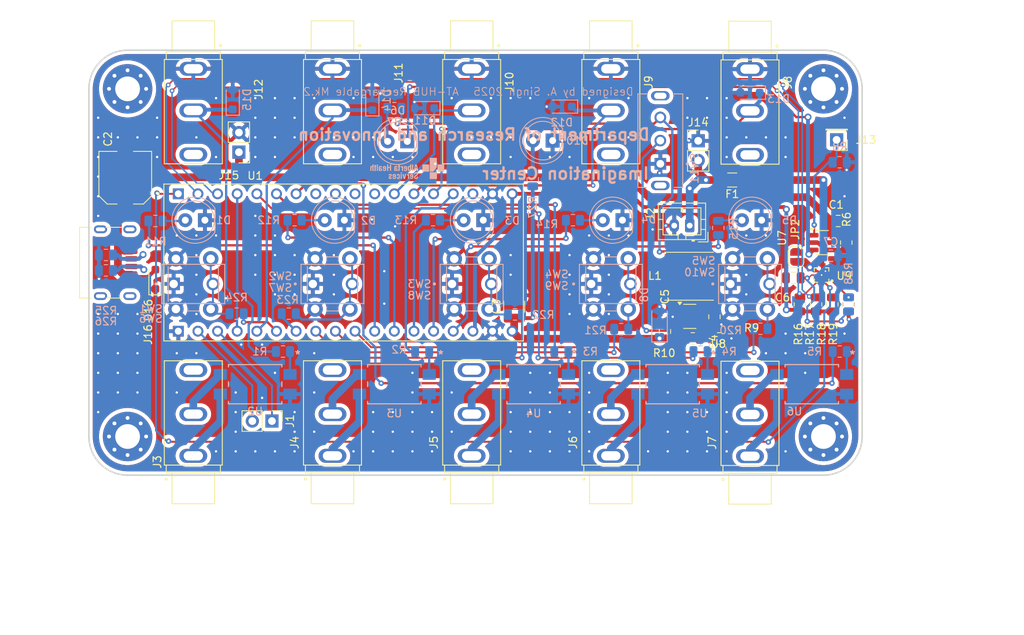
<source format=kicad_pcb>
(kicad_pcb (version 20241229) (generator "pcbnew") (generator_version "9.0")
  (title_block (rev "2"))
  (layers (0 "F.Cu" signal) (2 "B.Cu" signal) (13 "F.Paste" user) (15 "B.Paste" user) (5 "F.SilkS" user "F.Silkscreen") (7 "B.SilkS" user "B.Silkscreen") (1 "F.Mask" user) (3 "B.Mask" user) (25 "Edge.Cuts" user))
  (property "SHEETTOTAL" "1")
  (net 0 "")
  (net 1 "Net-(U2-A)")
  (net 2 "/RELAY1")
  (net 3 "/RELAY2")
  (net 4 "Net-(U3-A)")
  (net 5 "Net-(U4-A)")
  (net 6 "/RELAY3")
  (net 7 "/RELAY4")
  (net 8 "Net-(U5-A)")
  (net 9 "/RELAY5")
  (net 10 "Net-(U6-A)")
  (net 11 "/BTN4")
  (net 12 "/BTN3")
  (net 14 "Net-(J1-Pin_1)")
  (net 15 "GND")
  (net 16 "5V")
  (net 17 "/BACKUP_BTN4")
  (net 18 "/BTN5")
  (net 19 "+3V3")
  (net 20 "/PILOT_LED5")
  (net 21 "/BACKUP_BTN1")
  (net 22 "/BTN1")
  (net 24 "/PILOT_LED1")
  (net 25 "/BACKUP_BTN3")
  (net 26 "/BACKUP_BTN2")
  (net 27 "/GAUGE_GPOUT")
  (net 28 "/PILOT_LED2")
  (net 29 "/BACKUP_BTN5")
  (net 30 "/PILOT_LED4")
  (net 32 "/PILOT_LED3")
  (net 34 "Net-(J1-Pin_2)")
  (net 35 "/BTN2")
  (net 37 "Net-(J3-Pad1)")
  (net 38 "Net-(J3-Pad2)")
  (net 39 "Net-(J4-Pad1)")
  (net 40 "Net-(J4-Pad2)")
  (net 41 "Net-(J5-Pad2)")
  (net 42 "Net-(J5-Pad1)")
  (net 43 "Net-(J6-Pad2)")
  (net 44 "Net-(J6-Pad1)")
  (net 45 "Net-(J7-Pad2)")
  (net 46 "Net-(J7-Pad1)")
  (net 57 "/Battery Management/TS")
  (net 58 "Net-(U7-ISET)")
  (net 59 "Net-(D6-K)")
  (net 60 "Net-(D1-A)")
  (net 61 "Net-(D2-A)")
  (net 62 "Net-(D3-A)")
  (net 63 "Net-(D4-A)")
  (net 64 "Net-(D5-A)")
  (net 65 "Net-(D6-A)")
  (net 66 "/Battery Management/EN")
  (net 67 "/Battery Management/Load{slash}CHRG+")
  (net 68 "SDA")
  (net 69 "SCL")
  (net 70 "/Battery Management/Pack+")
  (net 71 "/Battery Management/VDD_GAUGE")
  (net 72 "Net-(U1-IO12)")
  (net 73 "Net-(U1-IO14)")
  (net 74 "Net-(U1-IO27)")
  (net 75 "Net-(U1-IO33)")
  (net 76 "Net-(U1-IO32)")
  (net 77 "VBUS")
  (net 82 "Net-(J16-CC2)")
  (net 83 "Net-(J16-CC1)")
  (net 84 "Net-(D10-A)")
  (net 85 "/Battery Management/BIN")
  (net 86 "Net-(J14-Pin_2)")
  (net 87 "Net-(U8-SW)")
  (net 88 "Net-(U8-V_{FB})")
  (footprint "Capacitor_SMD:C_0805_2012Metric" (layer "F.Cu") (at 185.6 101.9625 180)
    (property "Reference" "C6")
    (property "Value" "2u2")
  )
  (footprint "Connector_PinHeader_2.54mm:PinHeader_1x02_P2.54mm_Vertical" (layer "F.Cu") (at 173.3 84.225)
    (property "Reference" "J14")
    (property "Value" "Through Hole")
  )
  (footprint "Resistor_SMD:R_0805_2012Metric" (layer "F.Cu") (at 188.55 105.4 90)
    (property "Reference" "R17")
    (property "Value" "4k7")
  )
  (footprint "Capacitor_SMD:C_0805_2012Metric" (layer "F.Cu") (at 175.4 107 -90)
    (property "Reference" "C4")
    (property "Value" "10u")
  )
  (footprint "Resistor_SMD:R_0805_2012Metric" (layer "F.Cu") (at 176 109.8)
    (property "Reference" "R9")
    (property "Value" "4k7")
  )
  (footprint "MountingHole:MountingHole_3.2mm_M3_Pad_Via" (layer "F.Cu") (at 99.5 122.5)
    (property "Reference" "H2" (hide yes))
    (property "Value" "MountingHole")
  )
  (footprint "Jumper:SolderJumper-2_P1.3mm_Open_RoundedPad1.0x1.5mm" (layer "F.Cu") (at 185.95 99.25 -90)
    (property "Reference" "JP2")
    (property "Value" "Jumper_2_Open")
  )
  (footprint "Resistor_SMD:R_0805_2012Metric" (layer "F.Cu") (at 192.45 97.4 90)
    (property "Reference" "R6")
    (property "Value" "1k")
  )
  (footprint "AT_HUB_R2:IC_BQ27427YZFR" (layer "F.Cu") (at 189.2575 101.6 180)
    (property "Reference" "U9")
    (property "Value" "BQ27427YZFR")
  )
  (footprint "Package_TO_SOT_SMD:SOT-23-6" (layer "F.Cu") (at 189.35 97.4)
    (property "Reference" "U7")
    (property "Value" "BQ21040DBV")
  )
  (footprint "Resistor_SMD:R_0805_2012Metric" (layer "F.Cu") (at 172.6 109.8 180)
    (property "Reference" "R10")
    (property "Value" "15k")
  )
  (footprint "Resistor_SMD:R_0805_2012Metric" (layer "F.Cu") (at 186.45 105.4 90)
    (property "Reference" "R16")
    (property "Value" "4k7")
  )
  (footprint "AT_HUB_R2:CUI_MJ-3502" (layer "F.Cu") (at 144 119.45 90)
    (property "Reference" "J5")
    (property "Value" "OUT3")
  )
  (footprint "AT_HUB_R2:CUI_MJ-3502" (layer "F.Cu") (at 126 119.45 90)
    (property "Reference" "J4")
    (property "Value" "OUT2")
  )
  (footprint "Resistor_SMD:R_0805_2012Metric" (layer "F.Cu") (at 190.65 105.4 90)
    (property "Reference" "R18")
    (property "Value" "10k")
  )
  (footprint "Capacitor_SMD:C_0805_2012Metric" (layer "F.Cu") (at 169 108.9 90)
    (property "Reference" "C5")
    (property "Value" "22u")
  )
  (footprint "MountingHole:MountingHole_3.2mm_M3_Pad_Via" (layer "F.Cu") (at 189.5 122.5)
    (property "Reference" "H4" (hide yes))
    (property "Value" "MountingHole")
  )
  (footprint "Fuse:Fuse_1206_3216Metric" (layer "F.Cu") (at 177.7 89.3 180)
    (property "Reference" "F1")
    (property "Value" "500mA")
  )
  (footprint "AT_HUB_R2:CUI_MJ-3502" (layer "F.Cu") (at 126 80.45 -90)
    (property "Reference" "J11")
    (property "Value" "IN4")
  )
  (footprint "Connector_JST:JST_PH_B2B-PH-K_1x02_P2.00mm_Vertical" (layer "F.Cu") (at 172.2 95.2 180)
    (property "Reference" "J2")
    (property "Value" "JST")
  )
  (footprint "Connector_PinHeader_2.54mm:PinHeader_1x01_P2.54mm_Vertical" (layer "F.Cu") (at 191.2 84.1 180)
    (property "Reference" "J13")
    (property "Value" "Pack Thermister")
  )
  (footprint "Package_TO_SOT_SMD:SOT-23-6" (layer "F.Cu") (at 172.215 106.95)
    (property "Reference" "U8")
    (property "Value" "TLV61070ADBV")
  )
  (footprint "AT_HUB_R2:XCVR_ESP32-PICO-KIT-V4.1" (layer "F.Cu") (at 127.69 99.975)
    (property "Reference" "U1")
    (property "Value" "ESP32-PICO-DEVKITM-2")
  )
  (footprint "Connector_PinHeader_2.54mm:PinHeader_1x02_P2.54mm_Vertical" (layer "F.Cu") (at 113.9 85.7 180)
    (property "Reference" "J15")
    (property "Value" "EXT Charge Port")
  )
  (footprint "AT_HUB_R2:CUI_MJ-3502" (layer "F.Cu") (at 162 80.45 -90)
    (property "Reference" "J9")
    (property "Value" "IN2")
  )
  (footprint "Connector_USB:USB_C_Receptacle_HRO_TYPE-C-31-M-17" (layer "F.Cu") (at 96.8 100 -90)
    (property "Reference" "J16")
    (property "Value" "USB_C_Receptacle_PowerOnly_6P")
  )
  (footprint "Capacitor_SMD:C_1210_3225Metric" (layer "F.Cu") (at 149.5 105.7 90)
    (property "Reference" "C3")
    (property "Value" "100u")
  )
  (footprint "AT_HUB_R2:CUI_MJ-3502" (layer "F.Cu") (at 180 80.5 -90)
    (property "Reference" "J8")
    (property "Value" "IN1")
  )
  (footprint "Inductor_SMD:L_Taiyo-Yuden_NR-60xx" (layer "F.Cu") (at 172.125 101.75 180)
    (property "Reference" "L1")
    (property "Value" "4u7")
  )
  (footprint "AT_HUB_R2:CUI_MJ-3502" (layer "F.Cu") (at 162 119.45 90)
    (property "Reference" "J6")
    (property "Value" "OUT4")
  )
  (footprint "MountingHole:MountingHole_3.2mm_M3_Pad_Via" (layer "F.Cu") (at 99.5 77.5)
    (property "Reference" "H1" (hide yes))
    (property "Value" "MountingHole")
  )
  (footprint "AT_HUB_R2:CUI_MJ-3502" (layer "F.Cu") (at 108 80.45 -90)
    (property "Reference" "J12")
    (property "Value" "IN5")
  )
  (footprint "Connector_PinHeader_2.54mm:PinHeader_1x02_P2.54mm_Vertical" (layer "F.Cu") (at 118.175 120.5 -90)
    (property "Reference" "J1")
    (property "Value" "ESP Current SNS")
  )
  (footprint "AT_HUB_R2:CUI_MJ-3502" (layer "F.Cu") (at 108 119.45 90)
    (property "Reference" "J3")
    (property "Value" "OUT1")
  )
  (footprint "AT_HUB_R2:CUI_MJ-3502" (layer "F.Cu") (at 144 80.45 -90)
    (property "Reference" "J10")
    (property "Value" "IN3")
  )
  (footprint "MountingHole:MountingHole_3.2mm_M3_Pad_Via" (layer "F.Cu") (at 189.5 77.5)
    (property "Reference" "H3" (hide yes))
    (property "Value" "MountingHole")
  )
  (footprint "AT_HUB_R2:CUI_MJ-3502" (layer "F.Cu") (at 180 119.5 90)
    (property "Reference" "J7")
    (property "Value" "OUT5")
  )
  (footprint "Resistor_SMD:R_0805_2012Metric" (layer "F.Cu") (at 192.75 105.4 -90)
    (property "Reference" "R19")
    (property "Value" "10k")
  )
  (footprint "Diode_SMD:D_SOD-323_HandSoldering" (layer "F.Cu") (at 103.1 102.15 90)
    (property "Reference" "D16")
    (property "Value" "D_TVS")
  )
  (footprint "Capacitor_SMD:C_Elec_6.3x7.7" (layer "F.Cu") (at 99.2 89 90)
    (property "Reference" "C2")
    (property "Value" "100u")
  )
  (footprint "Capacitor_SMD:C_0805_2012Metric" (layer "F.Cu") (at 191.4 94.6)
    (property "Reference" "C1")
    (property "Value" "10u")
  )
  (footprint "AT_HUB_R2:SW_800AWSP9M2QE" (layer "B.Cu") (at 162 102.75)
    (property "Reference" "SW9")
    (property "Value" "SW_Push")
  )
  (footprint "Capacitor_SMD:C_0805_2012Metric" (layer "B.Cu") (at 190.45 99.1)
    (property "Reference" "C7")
    (property "Value" "1u")
  )
  (footprint "AT_HUB_R2:11-5B201S_TOS" (layer "B.Cu") (at 116 115.73 180)
    (property "Reference" "U2")
    (property "Value" "TLP241A(TP1,F")
  )
  (footprint "Resistor_SMD:R_0805_2012Metric" (layer "B.Cu") (at 181.35 108.55 180)
    (property "Reference" "R20")
    (property "Value" "10k")
  )
  (footprint "Resistor_SMD:R_0805_2012Metric" (layer "B.Cu") (at 173.6 111.5)
    (property "Reference" "R4")
    (property "Value" "300R")
  )
  (footprint "LED_THT:LED_D5.0mm" (layer "B.Cu") (at 109.5 94.5 180)
    (property "Reference" "D1")
    (property "Value" "LED")
  )
  (footprint "Resistor_SMD:R_0805_2012Metric" (layer "B.Cu") (at 134 80 180)
    (property "Reference" "R7")
    (property "Value" "600R")
  )
  (footprint "LED_THT:LED_D5.0mm" (layer "B.Cu") (at 145.5 94.5 180)
    (property "Reference" "D3")
    (property "Value" "LED")
  )
  (footprint "Button_Switch_THT:SW_PUSH_6mm" (layer "B.Cu") (at 123.75 99.5 -90)
    (property "Reference" "SW2")
    (property "Value" "SW_Push")
  )
  (footprint "AT_HUB_R2:11-5B201S_TOS" (layer "B.Cu") (at 170 115.73 180)
    (property "Reference" "U5")
    (property "Value" "TLP241A(TP1,F")
  )
  (footprint "LOGO" (layer "B.Cu") (at 135.7 87.8 180)
    (property "Reference" "G***" (hide yes))
    (property "Value" "LOGO" (hide yes))
  )
  (footprint "Button_Switch_THT:SW_PUSH_6mm" (layer "B.Cu") (at 159.75 99.5 -90)
    (property "Reference" "SW4")
    (property "Value" "SW_Push")
  )
  (footprint "LED_THT:LED_D5.0mm" (layer "B.Cu") (at 127.54 94.5 180)
    (property "Reference" "D2")
    (property "Value" "LED")
  )
  (footprint "Diode_SMD:D_SOD-323_HandSoldering" (layer "B.Cu") (at 180 78 180)
    (property "Reference" "D13")
    (property "Value" "D_TVS")
  )
  (footprint "Resistor_SMD:R_0805_2012Metric" (layer "B.Cu") (at 151.9 89.2 -90)
    (property "Reference" "R27")
    (property "Value" "600R")
  )
  (footprint "AT_HUB_R2:11-5B201S_TOS" (layer "B.Cu") (at 187.9915 115.73 180)
    (property "Reference" "U6")
    (property "Value" "TLP241A(TP1,F")
  )
  (footprint "AT_HUB_R2:SW_800AWSP9M2QE" (layer "B.Cu") (at 126 102.75)
    (property "Reference" "SW7")
    (property "Value" "SW_Push")
  )
  (footprint "Resistor_SMD:R_0805_2012Metric" (layer "B.Cu") (at 119.6 111.5)
    (property "Reference" "R1")
    (property "Value" "300R")
  )
  (footprint "Resistor_SMD:R_0805_2012Metric" (layer "B.Cu") (at 139 94.5)
    (property "Reference" "R13")
    (property "Value" "10k")
  )
  (footprint "LED_THT:LED_D5.0mm" (layer "B.Cu") (at 181.5 94.5 180)
    (property "Reference" "D5")
    (property "Value" "LED")
  )
  (footprint "Button_Switch_THT:SW_PUSH_6mm" (layer "B.Cu") (at 105.75 99.5 -90)
    (property "Reference" "SW1")
    (property "Value" "SW_Push")
  )
  (footprint "LED_THT:LED_D5.0mm" (layer "B.Cu") (at 135.675 84.3 180)
    (property "Reference" "D6")
    (property "Value" "BLUE")
  )
  (footprint "AT_HUB_R2:11-5B201S_TOS" (layer "B.Cu") (at 152.0085 115.73 180)
    (property "Reference" "U4")
    (property "Value" "TLP241A(TP1,F")
  )
  (footprint "Resistor_SMD:R_0805_2012Metric" (layer "B.Cu") (at 121.1 94.5)
    (property "Reference" "R12")
    (property "Value" "10k")
  )
  (footprint "Resistor_SMD:R_0805_2012Metric" (layer "B.Cu") (at 96.7 101)
    (property "Reference" "R26")
    (property "Value" "5k1")
  )
  (footprint "Diode_SMD:D_SOD-323_HandSoldering" (layer "B.Cu") (at 137.9 80 180)
    (property "Reference" "D11")
    (property "Value" "D_TVS")
  )
  (footprint "Resistor_SMD:R_0805_2012Metric" (layer "B.Cu") (at 191.6 87)
    (property "Reference" "R8")
    (property "Value" "10k")
  )
  (footprint "Diode_SMD:D_SOD-323_HandSoldering" (layer "B.Cu") (at 113.1 78.9 90)
    (property "Reference" "D15")
    (property "Value" "D_TVS")
  )
  (footprint "AT_HUB_R2:SW_SLW-121586-5A-D" (layer "B.Cu") (at 168.4 84.2 90)
    (property "Reference" "SW11")
    (property "Value" "SW_SPDT")
  )
  (footprint "Button_Switch_THT:SW_PUSH_6mm" (layer "B.Cu") (at 141.75 99.5 -90)
    (property "Reference" "SW3")
    (property "Value" "SW_Push")
  )
  (footprint "Diode_SMD:D_SOD-123" (layer "B.Cu") (at 168.3 107.9 90)
    (property "Reference" "D8")
    (property "Value" "CDBW140-G")
  )
  (footprint "AT_HUB_R2:SW_800AWSP9M2QE" (layer "B.Cu") (at 108 102.75)
    (property "Reference" "SW6")
    (property "Value" "SW_Push")
  )
  (footprint "AT_HUB_R2:SW_800AWSP9M2QE" (layer "B.Cu") (at 144 102.75)
    (property "Reference" "SW8")
    (property "Value" "SW_Push")
  )
  (footprint "Resistor_SMD:R_0805_2012Metric" (layer "B.Cu") (at 103.1 94.6)
    (property "Reference" "R11")
    (property "Value" "10k")
  )
  (footprint "AT_HUB_R2:SW_800AWSP9M2QE" (layer "B.Cu") (at 180 102.75)
    (property "Reference" "SW10")
    (property "Value" "SW_Push")
  )
  (footprint "Button_Switch_THT:SW_PUSH_6mm" (layer "B.Cu") (at 177.75 99.5 -90)
    (property "Reference" "SW5")
    (property "Value" "SW_Push")
  )
  (footprint "AT_HUB_R2:11-5B201S_TOS" (layer "B.Cu") (at 134 115.73 180)
    (property "Reference" "U3")
    (property "Value" "TLP241A(TP1,F")
  )
  (footprint "Resistor_SMD:R_0805_2012Metric" (layer "B.Cu") (at 163.35 108.6 180)
    (property "Reference" "R21")
    (property "Value" "10k")
  )
  (footprint "Resistor_SMD:R_0805_2012Metric" (layer "B.Cu") (at 149.6 106.7)
    (property "Reference" "R22")
    (property "Value" "10k")
  )
  (footprint "Resistor_SMD:R_0805_2012Metric" (layer "B.Cu") (at 191.6 111.5)
    (property "Reference" "R5")
    (property "Value" "300R")
  )
  (footprint "Diode_SMD:D_SOD-323_HandSoldering" (layer "B.Cu") (at 155.7 79.8 180)
    (property "Reference" "D12")
    (property "Value" "D_TVS")
  )
  (footprint "Resistor_SMD:R_0805_2012Metric" (layer "B.Cu") (at 175.9 95.5 90)
    (property "Reference" "R15")
    (property "Value" "10k")
  )
  (footprint "Resistor_SMD:R_0805_2012Metric" (layer "B.Cu") (at 137.6 111.5)
    (property "Reference" "R2")
    (property "Value" "300R")
  )
  (footprint "Resistor_SMD:R_0805_2012Metric" (layer "B.Cu") (at 157.1 94.5)
    (property "Reference" "R14")
    (property "Value" "10k")
  )
  (footprint "Resistor_SMD:R_0805_2012Metric" (layer "B.Cu") (at 96.7 99 180)
    (property "Reference" "R25")
    (property "Value" "5k1")
  )
  (footprint "Resistor_SMD:R_0805_2012Metric" (layer "B.Cu") (at 155.6 111.5)
    (property "Reference" "R3")
    (property "Value" "300R")
  )
  (footprint "Diode_SMD:D_SOD-323_HandSoldering" (layer "B.Cu") (at 131.15 79 90)
    (property "Reference" "D14")
    (property "Value" "D_TVS")
  )
  (footprint "LED_THT:LED_D5.0mm" (layer "B.Cu") (at 154.475 84.2 180)
    (property "Reference" "D10")
    (property "Value" "BLUE")
  )
  (footprint "Resistor_SMD:R_0805_2012Metric" (layer "B.Cu") (at 113.6 106.6)
    (property "Reference" "R24")
    (property "Value" "10k")
  )
  (footprint "Resistor_SMD:R_0805_2012Metric" (layer "B.Cu") (at 192.75 105.4 90)
    (property "Reference" "R28")
    (property "Value" "10k")
  )
  (footprint "LED_THT:LED_D5.0mm" (layer "B.Cu") (at 163.5 94.5 180)
    (property "Reference" "D4")
    (property "Value" "LED")
  )
  (footprint "Resistor_SMD:R_0805_2012Metric" (layer "B.Cu") (at 120.35 106.6 180)
    (property "Reference" "R23")
    (property "Value" "10k")
  )
  (gr_line (start 99.5 72.5) (end 189.5 72.5) (stroke (width 0.2)) (layer "Edge.Cuts"))
  (gr_arc (start 194.5 122.5) (mid 193.035534 126.035534) (end 189.5 127.5) (stroke (width 0.2)) (layer "Edge.Cuts"))
  (gr_line (start 94.5 122.5) (end 94.5 77.5) (stroke (width 0.2)) (layer "Edge.Cuts"))
  (gr_arc (start 99.5 127.5) (mid 95.964466 126.035534) (end 94.5 122.5) (stroke (width 0.2)) (layer "Edge.Cuts"))
  (gr_arc (start 94.5 77.5) (mid 95.964466 73.964466) (end 99.5 72.5) (stroke (width 0.2)) (layer "Edge.Cuts"))
  (gr_arc (start 189.5 72.5) (mid 193.035534 73.964466) (end 194.5 77.5) (stroke (width 0.2)) (layer "Edge.Cuts"))
  (gr_line (start 194.5 77.5) (end 194.5 122.5) (stroke (width 0.2)) (layer "Edge.Cuts"))
  (gr_line (start 189.5 127.5) (end 99.5 127.5) (stroke (width 0.2)) (layer "Edge.Cuts"))
  (gr_text "AT-HUB Rechargable Mk.2" (at 142.4 78.45 0) (layer "B.SilkS") (effects (font (size 1 1) (thickness 0.1)) (justify left bottom mirror)))
  (gr_text "Imagination Center" (at 167.1 89.35 0) (layer "B.SilkS") (effects (font (size 1.5 1.5) (thickness 0.3) (bold yes)) (justify left bottom mirror)))
  (gr_text "Department of Research and Innovation" (at 167.2 84.3 0) (layer "B.SilkS") (effects (font (size 1.5 1.5) (thickness 0.3) (bold yes)) (justify left bottom mirror)))
  (gr_text "Designed by A. Singh 2025" (at 165 78.45 0) (layer "B.SilkS") (effects (font (size 1 1) (thickness 0.1)) (justify left bottom mirror)))
  (segment (start 120.5085 112.096) (end 120.5125 112.092) (width 0.3) (layer "B.Cu") (net 1))
  (segment (start 120.5125 112.092) (end 120.5125 111.5) (width 0.3) (layer "B.Cu") (net 1))
  (segment (start 120.5085 114.46) (end 120.5085 112.096) (width 0.3) (layer "B.Cu") (net 1))
  (segment (start 115.65 105.65) (end 113.68 103.68) (width 0.3) (layer "B.Cu") (net 2))
  (segment (start 115.165 108.026364) (end 115.65 107.541364) (width 0.3) (layer "B.Cu") (net 2))
  (segment (start 118.6875 111.5) (end 115.9 111.5) (width 0.3) (layer "B.Cu") (net 2))
  (segment (start 113.68 103.68) (end 113.68 91.085) (width 0.3) (layer "B.Cu") (net 2))
  (segment (start 115.65 107.541364) (end 115.65 105.65) (width 0.3) (layer "B.Cu") (net 2))
  (segment (start 115.165 110.765) (end 115.165 108.026364) (width 0.3) (layer "B.Cu") (net 2))
  (segment (start 115.9 111.5) (end 115.165 110.765) (width 0.3) (layer "B.Cu") (net 2))
  (segment (start 137.5 92.95) (end 139.755 92.95) (width 0.3) (layer "B.Cu") (net 3))
  (segment (start 135.485 110.8975) (end 135.485 94.965) (width 0.3) (layer "B.Cu") (net 3))
  (segment (start 136.0875 111.5) (end 135.485 110.8975) (width 0.3) (layer "B.Cu") (net 3))
  (segment (start 136.6875 111.5) (end 136.0875 111.5) (width 0.3) (layer "B.Cu") (net 3))
  (segment (start 135.485 94.965) (end 137.5 92.95) (width 0.3) (layer "B.Cu") (net 3))
  (segment (start 139.755 92.95) (end 141.62 91.085) (width 0.3) (layer "B.Cu") (net 3))
  (segment (start 138.5125 112.092) (end 138.5125 111.5) (width 0.3) (layer "B.Cu") (net 4))
  (segment (start 138.5085 114.46) (end 138.5085 112.096) (width 0.3) (layer "B.Cu") (net 4))
  (segment (start 138.5085 112.096) (end 138.5125 112.092) (width 0.3) (layer "B.Cu") (net 4))
  (segment (start 156.517 114.46) (end 156.517 112.1045) (width 0.3) (layer "B.Cu") (net 5))
  (segment (start 156.517 112.1045) (end 156.5125 112.1) (width 0.3) (layer "B.Cu") (net 5))
  (segment (start 156.5125 112.1) (end 156.5125 111.5) (width 0.3) (layer "B.Cu") (net 5))
  (segment (start 120.175 92.5) (end 118.76 91.085) (width 0.3) (layer "F.Cu") (net 6))
  (segment (start 154.8 92.5) (end 120.175 92.5) (width 0.3) (layer "F.Cu") (net 6))
  (via (at 154.8 92.5) (size 0.7) (drill 0.3) (layers "F.Cu" "B.Cu") (net 6))
  (segment (start 154.6875 110.9) (end 154.6875 111.5) (width 0.3) (layer "B.Cu") (net 6))
  (segment (start 154.8 92.5) (end 154.75 92.55) (width 0.3) (layer "B.Cu") (net 6))
  (segment (start 154.75 92.55) (end 154.75 110.8375) (width 0.3) (layer "B.Cu") (net 6))
  (segment (start 154.75 110.8375) (end 154.6875 110.9) (width 0.3) (layer "B.Cu") (net 6))
  (segment (start 172.5 112.3) (end 152.6 112.3) (width 0.25) (layer "F.Cu") (net 7))
  (segment (start 151.9 93) (end 118.135 93) (width 0.25) (layer "F.Cu") (net 7))
  (segment (start 172.6 112.4) (end 172.5 112.3) (width 0.25) (layer "F.Cu") (net 7))
  (segment (start 152.6 93.7) (end 151.9 93) (width 0.25) (layer "F.Cu") (net 7))
  (segment (start 118.135 93) (end 116.22 91.085) (width 0.25) (layer "F.Cu") (net 7))
  (segment (start 152.7 93.7) (end 152.6 93.7) (width 0.25) (layer "F.Cu") (net 7))
  (via (at 172.6 112.4) (size 0.7) (drill 0.3) (layers "F.Cu" "B.Cu") (net 7))
  (via (at 152.7 93.7) (size 0.7) (drill 0.3) (layers "F.Cu" "B.Cu") (net 7))
  (via (at 152.6 112.3) (size 0.7) (drill 0.3) (layers "F.Cu" "B.Cu") (net 7))
  (segment (start 152.7 112.2) (end 152.7 93.7) (width 0.25) (layer "B.Cu") (net 7))
  (segment (start 152.6 112.3) (end 152.7 112.2) (width 0.25) (layer "B.Cu") (net 7))
  (segment (start 172.6 112.4) (end 172.6 111.5875) (width 0.25) (layer "B.Cu") (net 7))
  (segment (start 172.6 111.5875) (end 172.6875 111.5) (width 0.25) (layer "B.Cu") (net 7))
  (segment (start 174.5125 112.0545) (end 174.5125 111.5) (width 0.3) (layer "B.Cu") (net 8))
  (segment (start 174.5085 114.46) (end 174.5085 112.0585) (width 0.3) (layer "B.Cu") (net 8))
  (segment (start 174.5085 112.0585) (end 174.5125 112.0545) (width 0.3) (layer "B.Cu") (net 8))
  (segment (start 129.75 89.75) (end 122.635 89.75) (width 0.3) (layer "F.Cu") (net 9))
  (segment (start 122.635 89.75) (end 121.3 91.085) (width 0.3) (layer "F.Cu") (net 9))
  (segment (start 190.6 115.6) (end 132.3 115.6) (width 0.3) (layer "F.Cu") (net 9))
  (segment (start 130 90) (end 129.75 89.75) (width 0.3) (layer "F.Cu") (net 9))
  (via (at 132.3 115.6) (size 0.7) (drill 0.3) (layers "F.Cu" "B.Cu") (net 9))
  (via (at 190.6 115.6) (size 0.7) (drill 0.3) (layers "F.Cu" "B.Cu") (net 9))
  (via (at 130 90) (size 0.7) (drill 0.3) (layers "F.Cu" "B.Cu") (net 9))
  (segment (start 131.55 110.955) (end 131.55 114.85) (width 0.3) (layer "B.Cu") (net 9))
  (segment (start 190.7 111.5125) (end 190.6875 111.5) (width 0.3) (layer "B.Cu") (net 9))
  (segment (start 131.55 114.85) (end 132.3 115.6) (width 0.3) (layer "B.Cu") (net 9))
  (segment (start 190.7 115.5) (end 190.7 111.5125) (width 0.3) (layer "B.Cu") (net 9))
  (segment (start 190.6 115.6) (end 190.7 115.5) (width 0.3) (layer "B.Cu") (net 9))
  (segment (start 130 90) (end 130 109.405) (width 0.3) (layer "B.Cu") (net 9))
  (segment (start 130 109.405) (end 131.55 110.955) (width 0.3) (layer "B.Cu") (net 9))
  (segment (start 192.5 114.46) (end 192.5 112.0875) (width 0.3) (layer "B.Cu") (net 10))
  (segment (start 192.5125 112.075) (end 192.5125 111.5) (width 0.3) (layer "B.Cu") (net 10))
  (segment (start 192.5 112.0875) (end 192.5125 112.075) (width 0.3) (layer "B.Cu") (net 10))
  (segment (start 117.5 89.8) (end 126 81.3) (width 0.3) (layer "B.Cu") (net 11))
  (segment (start 126 81.3) (end 126 80.3) (width 0.3) (layer "B.Cu") (net 11))
  (segment (start 116.22 108.865) (end 117.5 107.585) (width 0.3) (layer "B.Cu") (net 11))
  (segment (start 117.5 107.585) (end 117.5 89.8) (width 0.3) (layer "B.Cu") (net 11))
  (segment (start 126.05 80.25) (end 131.15 80.25) (width 0.5) (layer "B.Cu") (net 11))
  (segment (start 126 80.3) (end 126.05 80.25) (width 0.5) (layer "B.Cu") (net 11))
  (segment (start 139.35 80) (end 139.15 80) (width 0.3) (layer "B.Cu") (net 12))
  (segment (start 139.65 80.3) (end 139.35 80) (width 0.3) (layer "B.Cu") (net 12))
  (segment (start 139.15 80) (end 139.15 85.935) (width 0.3) (layer "B.Cu") (net 12))
  (segment (start 139.15 85.935) (end 134 91.085) (width 0.3) (layer "B.Cu") (net 12))
  (segment (start 144 80.3) (end 139.65 80.3) (width 0.3) (layer "B.Cu") (net 12))
  (segment (start 118.175 115.9) (end 111.14 108.865) (width 0.25) (layer "B.Cu") (net 14))
  (segment (start 118.175 120.5) (end 118.175 115.9) (width 0.25) (layer "B.Cu") (net 14))
  (segment (start 176.9125 109.8) (end 177.6 109.8) (width 0.3) (layer "F.Cu") (net 15))
  (segment (start 191.76 101.1) (end 192.22 101.56) (width 0.25) (layer "F.Cu") (net 15))
  (segment (start 176.9125 109.4625) (end 175.4 107.95) (width 0.5) (layer "F.Cu") (net 15))
  (segment (start 173.3 84.225) (end 172.125 84.225) (width 0.25) (layer "F.Cu") (net 15))
  (segment (start 175.4 107.95) (end 176.25 107.95) (width 0.3) (layer "F.Cu") (net 15))
  (segment (start 170.2 95.2) (end 169.1 95.2) (width 0.3) (layer "F.Cu") (net 15))
  (segment (start 189.7575 101.1) (end 191.76 101.1) (width 0.25) (layer "F.Cu") (net 15))
  (segment (start 192.75 107.276711) (end 192.798289 107.325) (width 0.3) (layer "F.Cu") (net 15))
  (segment (start 192.75 106.3125) (end 192.75 107.276711) (width 0.3) (layer "F.Cu") (net 15))
  (segment (start 171.0775 106.95) (end 170.05 106.95) (width 0.5) (layer "F.Cu") (net 15))
  (segment (start 176.9125 109.8) (end 176.9125 109.4625) (width 0.5) (layer "F.Cu") (net 15))
  (segment (start 176.25 107.95) (end 176.3 108) (width 0.3) (layer "F.Cu") (net 15))
  (segment (start 170.05 106.95) (end 170 107) (width 0.5) (layer "F.Cu") (net 15))
  (segment (start 172.125 84.225) (end 172.1 84.2) (width 0.25) (layer "F.Cu") (net 15))
  (via (at 110.94 96.48) (size 0.7) (drill 0.3) (layers "F.Cu" "B.Cu") (net 15))
  (via (at 136.34 86.32) (size 0.7) (drill 0.3) (layers "F.Cu" "B.Cu") (net 15))
  (via (at 184.6 86.32) (size 0.7) (drill 0.3) (layers "F.Cu" "B.Cu") (net 15))
  (via (at 103.32 81.24) (size 0.7) (drill 0.3) (layers "F.Cu" "B.Cu") (net 15))
  (via (at 192.22 91.4) (size 0.7) (drill 0.3) (layers "F.Cu" "B.Cu") (net 15))
  (via (at 100.78 116.8) (size 0.7) (drill 0.3) (layers "F.Cu" "B.Cu") (net 15))
  (via (at 187.14 114.26) (size 0.7) (drill 0.3) (layers "F.Cu" "B.Cu") (net 15))
  (via (at 192.22 81.24) (size 0.7) (drill 0.3) (layers "F.Cu" "B.Cu") (net 15))
  (via (at 131.26 121.88) (size 0.7) (drill 0.3) (layers "F.Cu" "B.Cu") (net 15))
  (via (at 95.7 93.94) (size 0.7) (drill 0.3) (layers "F.Cu" "B.Cu") (net 15))
  (via (at 192.22 109.18) (size 0.7) (drill 0.3) (layers "F.Cu" "B.Cu") (net 15))
  (via (at 170 107) (size 0.6) (drill 0.3) (layers "F.Cu" "B.Cu") (net 15))
  (via (at 159.2 114.26) (size 0.7) (drill 0.3) (layers "F.Cu" "B.Cu") (net 15))
  (via (at 169.36 124.42) (size 0.7) (drill 0.3) (layers "F.Cu" "B.Cu") (net 15))
  (via (at 161.74 99.02) (size 0.7) (drill 0.3) (layers "F.Cu" "B.Cu") (net 15))
  (via (at 100.78 106.64) (size 0.7) (drill 0.3) (layers "F.Cu" "B.Cu") (net 15))
  (via (at 116.9 110.6) (size 0.7) (drill 0.3) (layers "F.Cu" "B.Cu") (net 15))
  (via (at 116.02 86.32) (size 0.7) (drill 0.3) (layers "F.Cu" "B.Cu") (net 15))
  (via (at 121.1 101.56) (size 0.7) (drill 0.3) (layers "F.Cu" "B.Cu") (net 15))
  (via (at 95.7 83.78) (size 0.7) (drill 0.3) (layers "F.Cu" "B.Cu") (net 15))
  (via (at 116.02 93.94) (size 0.7) (drill 0.3) (layers "F.Cu" "B.Cu") (net 15))
  (via (at 155.7 84.2) (size 0.6) (drill 0.3) (layers "F.Cu" "B.Cu") (net 15))
  (via (at 121.1 119.34) (size 0.7) (drill 0.3) (layers "F.Cu" "B.Cu") (net 15))
  (via (at 159.2 78.7) (size 0.7) (drill 0.3) (layers "F.Cu" "B.Cu") (net 15))
  (via (at 133.8 119.34) (size 0.7) (drill 0.3) (layers "F.Cu" "B.Cu") (net 15))
  (via (at 116.02 96.48) (size 0.7) (drill 0.3) (layers "F.Cu" "B.Cu") (net 15))
  (via (at 159.2 121.88) (size 0.7) (drill 0.3) (layers "F.Cu" "B.Cu") (net 15))
  (via (at 95.8 102.1) (size 0.7) (drill 0.3) (layers "F.Cu" "B.Cu") (net 15))
  (via (at 128.72 78.7) (size 0.7) (drill 0.3) (layers "F.Cu" "B.Cu") (net 15))
  (via (at 136.6 79.2) (size 0.6) (drill 0.3) (layers "F.Cu" "B.Cu") (net 15))
  (via (at 187.14 109.18) (size 0.7) (drill 0.3) (layers "F.Cu" "B.Cu") (net 15))
  (via (at 128.72 86.32) (size 0.7) (drill 0.3) (layers "F.Cu" "B.Cu") (net 15))
  (via (at 98.24 109.18) (size 0.7) (drill 0.3) (layers "F.Cu" "B.Cu") (net 15))
  (via (at 105.86 116.8) (size 0.7) (drill 0.3) (layers "F.Cu" "B.Cu") (net 15))
  (via (at 95.7 111.72) (size 0.7) (drill 0.3) (layers "F.Cu" "B.Cu") (net 15))
  (via (at 169.36 116.8) (size 0.7) (drill 0.3) (layers "F.Cu" "B.Cu") (net 15))
  (via (at 171.9 116.8) (size 0.7) (drill 0.3) (layers "F.Cu" "B.Cu") (net 15))
  (via (at 149.04 99.02) (size 0.7) (drill 0.3) (layers "F.Cu" "B.Cu") (net 15))
  (via (at 118.56 101.56) (size 0.7) (drill 0.3) (layers "F.Cu" "B.Cu") (net 15))
  (via (at 108.4 111.72) (size 0.7) (drill 0.3) (layers "F.Cu" "B.Cu") (net 15))
  (via (at 136.34 124.42) (size 0.7) (drill 0.3) (layers "F.Cu" "B.Cu") (net 15))
  (via (at 118.56 86.32) (size 0.7) (drill 0.3) (layers "F.Cu" "B.Cu") (net 15))
  (via (at 149.04 83.78) (size 0.7) (drill 0.3) (layers "F.Cu" "B.Cu") (net 15))
  (via (at 166.82 124.42) (size 0.7) (drill 0.3) (layers "F.Cu" "B.Cu") (net 15))
  (via (at 116.02 78.7) (size 0.7) (drill 0.3) (layers "F.Cu" "B.Cu") (net 15))
  (via (at 156.66 124.42) (size 0.7) (drill 0.3) (layers "F.Cu" "B.Cu") (net 15))
  (via (at 121.1 81.24) (size 0.7) (drill 0.3) (layers "F.Cu" "B.Cu") (net 15))
  (via (at 164.28 96.48) (size 0.7) (drill 0.3) (layers "F.Cu" "B.Cu") (net 15))
  (via (at 151.58 78.7) (size 0.7) (drill 0.3) (layers "F.Cu" "B.Cu") (net 15))
  (via (at 103.32 83.78) (size 0.7) (drill 0.3) (layers "F.Cu" "B.Cu") (net 15))
  (via (at 95.7 114.26) (size 0.7) (drill 0.3) (layers "F.Cu" "B.Cu") (net 15))
  (via (at 136.34 119.34) (size 0.7) (drill 0.3) (layers "F.Cu" "B.Cu") (net 15))
  (via (at 118.56 114.26) (size 0.7) (drill 0.3) (layers "F.Cu" "B.Cu") (net 15))
  (via (at 116.02 99.02) (size 0.7) (drill 0.3) (layers "F.Cu" "B.Cu") (net 15))
  (via (at 131.1 94.4) (size 0.7) (drill 0.3) (layers "F.Cu" "B.Cu") (net 15))
  (via (at 156.66 101.56) (size 0.7) (drill 0.3) (layers "F.Cu" "B.Cu") (net 15))
  (via (at 118.56 99.02) (size 0.7) (drill 0.3) (layers "F.Cu" "B.Cu") (net 15))
  (via (at 176.98 116.8) (size 0.7) (drill 0.3) (layers "F.Cu" "B.Cu") (net 15))
  (via (at 95.7 91.4) (size 0.7) (drill 0.3) (layers "F.Cu" "B.Cu") (net 15))
  (via (at 184.6 124.42) (size 0.7) (drill 0.3) (layers "F.Cu" "B.Cu") (net 15))
  (via (at 136.34 121.88) (size 0.7) (drill 0.3) (layers "F.Cu" "B.Cu") (net 15))
  (via (at 189.7575 101.1) (size 0.35) (drill 0.2) (layers "F.Cu" "B.Cu") (net 15))
  (via (at 105.86 111.72) (size 0.7) (drill 0.3) (layers "F.Cu" "B.Cu") (net 15))
  (via (at 108.4 104.1) (size 0.7) (drill 0.3) (layers "F.Cu" "B.Cu") (net 15))
  (via (at 123.64 116.8) (size 0.7) (drill 0.3) (layers "F.Cu" "B.Cu") (net 15))
  (via (at 138.88 119.34) (size 0.7) (drill 0.3) (layers "F.Cu" "B.Cu") (net 15))
  (via (at 116.02 81.24) (size 0.7) (drill 0.3) (layers "F.Cu" "B.Cu") (net 15))
  (via (at 164.28 78.7) (size 0.7) (drill 0.3) (layers "F.Cu" "B.Cu") (net 15))
  (via (at 108.4 83.78) (size 0.7) (drill 0.3) (layers "F.Cu" "B.Cu") (net 15))
  (via (at 118.56 96.48) (size 0.7) (drill 0.3) (layers "F.Cu" "B.Cu") (net 15))
  (via (at 121.1 78.7) (size 0.7) (drill 0.3) (layers "F.Cu" "B.Cu") (net 15))
  (via (at 110.94 78.7) (size 0.7) (drill 0.3) (layers "F.Cu" "B.Cu") (net 15))
  (via (at 126.18 83.78) (size 0.7) (drill 0.3) (layers "F.Cu" "B.Cu") (net 15))
  (via (at 126.18 104.1) (size 0.7) (drill 0.3) (layers "F.Cu" "B.Cu") (net 15))
  (via (at 176.98 86.32) (size 0.7) (drill 0.3) (layers "F.Cu" "B.Cu") (net 15))
  (via (at 164.28 83.78) (size 0.7) (drill 0.3) (layers "F.Cu" "B.Cu") (net 15))
  (via (at 179.52 104.1) (size 0.7) (drill 0.3) (layers "F.Cu" "B.Cu") (net 15))
  (via (at 154.12 124.42) (size 0.7) (drill 0.3) (layers "F.Cu" "B.Cu") (net 15))
  (via (at 123.64 121.88) (size 0.7) (drill 0.3) (layers "F.Cu" "B.Cu") (net 15))
  (via (at 177.6 109.8) (size 0.6) (drill 0.3) (layers "F.Cu" "B.Cu") (net 15))
  (via (at 131.26 119.34) (size 0.7) (drill 0.3) (layers "F.Cu" "B.Cu") (net 15))
  (via (at 161.74 106.64) (size 0.7) (drill 0.3) (layers "F.Cu" "B.Cu") (net 15))
  (via (at 184.6 111.72) (size 0.7) (drill 0.3) (layers "F.Cu" "B.Cu") (net 15))
  (via (at 168.3 88.4) (size 0.7) (drill 0.3) (layers "F.Cu" "B.Cu") (net 15))
  (via (at 133.8 124.42) (size 0.7) (drill 0.3) (layers "F.Cu" "B.Cu") (net 15))
  (via (at 141.42 116.8) (size 0.7) (drill 0.3) (layers "F.Cu" "B.Cu") (net 15))
  (via (at 113.48 116.8) (size 0.7) (drill 0.3) (layers "F.Cu" "B.Cu") (net 15))
  (via (at 141.42 121.88) (size 0.7) (drill 0.3) (layers "F.Cu" "B.Cu") (net 15))
  (via (at 108.4 101.56) (size 0.7) (drill 0.3) (layers "F.Cu" "B.Cu") (net 15))
  (via (at 132.7 101.1) (size 0.7) (drill 0.3) (layers "F.Cu" "B.Cu") (net 15))
  (via (at 138.88 121.88) (size 0.7) (drill 0.3) (layers "F.Cu" "B.Cu") (net 15))
  (via (at 121.1 99.02) (size 0.7) (drill 0.3) (layers "F.Cu" "B.Cu") (net 15))
  (via (at 143.96 83.78) (size 0.7) (drill 0.3) (layers "F.Cu" "B.Cu") (net 15))
  (via (at 146.5 83.78) (size 0.7) (drill 0.3) (layers "F.Cu" "B.Cu") (net 15))
  (via (at 167.4 95.7) (size 0.7) (drill 0.3) (layers "F.Cu" "B.Cu") (net 15))
  (via (at 95.7 81.24) (size 0.7) (drill 0.3) (layers "F.Cu" "B.Cu") (net 15))
  (via (at 179.52 101.56) (size 0.7) (drill 0.3) (layers "F.Cu" "B.Cu") (net 15))
  (via (at 95.7 86.32) (size 0.7) (drill 0.3) (layers "F.Cu" "B.Cu") (net 15))
  (via (at 113.48 124.42) (size 0.7) (drill 0.3) (layers "F.Cu" "B.Cu") (net 15))
  (via (at 172.1 84.2) (size 0.7) (drill 0.3) (layers "F.Cu" "B.Cu") (net 15))
  (via (at 108.4 106.64) (size 0.7) (drill 0.3) (layers "F.Cu" "B.Cu") (net 15))
  (via (at 192.798289 107.325) (size 0.6) (drill 0.3) (layers "F.Cu" "B.Cu") (net 15))
  (via (at 171.9 124.42) (size 0.7) (drill 0.3) (layers "F.Cu" "B.Cu") (net 15))
  (via (at 138.88 124.42) (size 0.7) (drill 0.3) (layers "F.Cu" "B.Cu") (net 15))
  (via (at 113.48 121.88) (size 0.7) (drill 0.3) (layers "F.Cu" "B.Cu") (net 15))
  (via (at 176.98 114.26) (size 0.7) (drill 0.3) (layers "F.Cu" "B.Cu") (net 15))
  (via (at 176.98 78.7) (size 0.7) (drill 0.3) (layers "F.Cu" "B.Cu") (net 15))
  (via (at 184.6 109.18) (size 0.7) (drill 0.3) (layers "F.Cu" "B.Cu") (net 15))
  (via (at 174.44 124.42) (size 0.7) (drill 0.3) (layers "F.Cu" "B.Cu") (net 15))
  (via (at 154.12 114.26) (size 0.7) (drill 0.3) (layers "F.Cu" "B.Cu") (net 15))
  (via (at 136.34 114.26) (size 0.7) (drill 0.3) (layers "F.Cu" "B.Cu") (net 15))
  (via (at 108.4 99.02) (size 0.7) (drill 0.3) (layers "F.Cu" "B.Cu") (net 15))
  (via (at 192.5 88) (size 0.7) (drill 0.3) (layers "F.Cu" "B.Cu") (net 15))
  (via (at 174.44 78.7) (size 0.7) (drill 0.3) (layers "F.Cu" "B.Cu") (net 15))
  (via (at 153.7 79.8) (size 0.6) (drill 0.3) (layers "F.Cu" "B.Cu") (net 15))
  (via (at 131.26 124.42) (size 0.7) (drill 0.3) (layers "F.Cu" "B.Cu") (net 15))
  (via (at 151.58 114.26) (size 0.7) (drill 0.3) (layers "F.Cu" "B.Cu") (net 15))
  (via (at 132.2 78.1) (size 0.6) (drill 0.3) (layers "F.Cu" "B.Cu") (net 15))
  (via (at 174.44 121.88) (size 0.7) (drill 0.3) (layers "F.Cu" "B.Cu") (net 15))
  (via (at 176.98 124.42) (size 0.7) (drill 0.3) (layers "F.Cu" "B.Cu") (net 15))
  (via (at 182.06 83.78) (size 0.7) (drill 0.3) (layers "F.Cu" "B.Cu") (net 15))
  (via (at 100.78 109.18) (size 0.7) (drill 0.3) (layers "F.Cu" "B.Cu") (net 15))
  (via (at 133.8 121.88) (size 0.7) (drill 0.3) (layers "F.Cu" "B.Cu") (net 15))
  (via (at 174.44 119.34) (size 0.7) (drill 0.3) (layers "F.Cu" "B.Cu") (net 15))
  (via (at 118.56 104.1) (size 0.7) (drill 0.3) (layers "F.Cu" "B.Cu") (net 15))
  (via (at 156.66 99.02) (size 0.7) (drill 0.3) (layers "F.Cu" "B.Cu") (net 15))
  (via (at 139.3 87.2) (size 0.7) (drill 0.3) (layers "F.Cu" "B.Cu") (net 15))
  (via (at 121.1 124.42) (size 0.7) (drill 0.3) (layers "F.Cu" "B.Cu") (net 15))
  (via (at 95.7 106.64) (size 0.7) (drill 0.3) (layers "F.Cu" "B.Cu") (net 15))
  (via (at 98.24 114.26) (size 0.7) (drill 0.3) (layers "F.Cu" "B.Cu") (net 15))
  (via (at 128.72 83.78) (size 0.7) (drill 0.3) (layers "F.Cu" "B.Cu") (net 15))
  (via (at 123.64 78.7) (size 0.7) (drill 0.3) (layers "F.Cu" "B.Cu") (net 15))
  (via (at 169.1 95.2) (size 0.7) (drill 0.3) (layers "F.Cu" "B.Cu") (net 15))
  (via (at 154.12 86.32) (size 0.7) (drill 0.3) (layers "F.Cu" "B.Cu") (net 15))
  (via (at 132.7 105.3) (size 0.7) (drill 0.3) (layers "F.Cu" "B.Cu") (net 15))
  (via (at 131.26 86.32) (size 0.7) (drill 0.3) (layers "F.Cu" "B.Cu") (net 15))
  (via (at 179.52 83.78) (size 0.7) (drill 0.3) (layers "F.Cu" "B.Cu") (net 15))
  (via (at 110.94 124.42) (size 0.7) (drill 0.3) (layers "F.Cu" "B.Cu") (net 15))
  (via (at 182.06 111.72) (size 0.7) (drill 0.3) (layers "F.Cu" "B.Cu") (net 15))
  (via (at 154.12 116.8) (size 0.7) (drill 0.3) (layers "F.Cu" "B.Cu") (net 15))
  (via (at 169.36 114.26) (size 0.7) (drill 0.3) (layers "F.Cu" "B.Cu") (net 15))
  (via (at 116.9 117.5) (size 0.7) (drill 0.3) (layers "F.Cu" "B.Cu") (net 15))
  (via (at 95.7 109.18) (size 0.7) (drill 0.3) (layers "F.Cu" "B.Cu") (net 15))
  (via (at 176.98 121.88) (size 0.7) (drill 0.3) (layers "F.Cu" "B.Cu") (net 15))
  (via (at 149.04 119.34) (size 0.7) (drill 0.3) (layers "F.Cu" "B.Cu") (net 15))
  (via (at 118.56 78.7) (size 0.7) (drill 0.3) (layers "F.Cu" "B.Cu") (net 15))
  (via (at 171.9 114.26) (size 0.7) (drill 0.3) (layers "F.Cu" "B.Cu") (net 15))
  (via (at 161.74 83.78) (size 0.7) (drill 0.3) (layers "F.Cu" "B.Cu") (net 15))
  (via (at 116.02 83.78) (size 0.7) (drill 0.3) (layers "F.Cu" "B.Cu") (net 15))
  (via (at 161.74 101.56) (size 0.7) (drill 0.3) (layers "F.Cu" "B.Cu") (net 15))
  (via (at 95.7 119.34) (size 0.7) (drill 0.3) (layers "F.Cu" "B.Cu") (net 15))
  (via (at 159.2 119.34) (size 0.7) (drill 0.3) (layers "F.Cu" "B.Cu") (net 15))
  (via (at 108.4 96.48) (size 0.7) (drill 0.3) (layers "F.Cu" "B.Cu") (net 15))
  (via (at 176.98 119.34) (size 0.7) (drill 0.3) (layers "F.Cu" "B.Cu") (net 15))
  (via (at 171.9 81.24) (size 0.7) (drill 0.3) (layers "F.Cu" "B.Cu") (net 15))
  (via (at 98.24 106.64) (size 0.7) (drill 0.3) (layers "F.Cu" "B.Cu") (net 15))
  (via (at 121.1 83.78) (size 0.7) (drill 0.3) (layers "F.Cu" "B.Cu") (net 15))
  (via (at 114.2 110.6) (size 0.7) (drill 0.3) (layers "F.Cu" "B.Cu") (net 15))
  (via (at 156.66 119.34) (size 0.7) (drill 0.3) (layers "F.Cu" "B.Cu") (net 15))
  (via (at 151.58 121.88) (size 0.7) (drill 0.3) (layers "F.Cu" "B.Cu") (net 15))
  (via (at 151.58 124.42) (size 0.7) (drill 0.3) (layers "F.Cu" "B.Cu") (net 15))
  (via (at 118.56 83.78) (size 0.7) (drill 0.3) (layers "F.Cu" "B.Cu") (net 15))
  (via (at 168.3 105.7) (size 0.7) (drill 0.3) (layers "F.Cu" "B.Cu") (net 15))
  (via (at 161.74 104.1) (size 0.7) (drill 0.3) (layers "F.Cu" "B.Cu") (net 15))
  (via (at 159.2 96.48) (size 0.7) (drill 0.3) (layers "F.Cu" "B.Cu") (net 15))
  (via (at 136.34 116.8) (size 0.7) (drill 0.3) (layers "F.Cu" "B.Cu") (net 15))
  (via (at 146.5 78.7) (size 0.7) (drill 0.3) (layers "F.Cu" "B.Cu") (net 15))
  (via (at 171.9 78.7) (size 0.7) (drill 0.3) (layers "F.Cu" "B.Cu") (net 15))
  (via (at 134.1 95.3) (size 0.7) (drill 0.3) (layers "F.Cu" "B.Cu") (net 15))
  (via (at 156.66 106.64) (size 0.7) (drill 0.3) (layers "F.Cu" "B.Cu") (net 15))
  (via (at 149.04 101.56) (size 0.7) (drill 0.3) (layers "F.Cu" "B.Cu") (net 15))
  (via (at 118.56 124.42) (size 0.7) (drill 0.3) (layers "F.Cu" "B.Cu") (net 15))
  (via (at 169.36 119.34) (size 0.7) (drill 0.3) (layers "F.Cu" "B.Cu") (net 15))
  (via (at 103.32 86.32) (size 0.7) (drill 0.3) (layers "F.Cu" "B.Cu") (net 15))
  (via (at 154.12 119.34) (size 0.7) (drill 0.3) (layers "F.Cu" "B.Cu") (net 15))
  (via (at 176.3 108) (size 0.6) (drill 0.3) (layers "F.Cu" "B.Cu") (net 15))
  (via (at 128.72 124.42) (size 0.7) (drill 0.3) (layers "F.Cu" "B.Cu") (net 15))
  (via (at 123.64 111.72) (size 0.7) (drill 0.3) (layers "F.Cu" "B.Cu") (net 15))
  (via (at 182.06 96.48) (size 0.7) (drill 0.3) (layers "F.Cu" "B.Cu") (net 15))
  (via (at 118.56 81.24) (size 0.7) (drill 0.3) (layers "F.Cu" "B.Cu") (net 15))
  (via (at 174.44 81.24) (size 0.7) (drill 0.3) (layers "F.Cu" "B.Cu") (net 15))
  (via (at 184.6 83.78) (size 0.7) (drill 0.3) (layers "F.Cu" "B.Cu") (net 15))
  (via (at 154.12 121.88) (size 0.7) (drill 0.3) (layers "F.Cu" "B.Cu") (net 15))
  (via (at 159.2 116.8) (size 0.7) (drill 0.3) (layers "F.Cu" "B.Cu") (net 15))
  (via (at 98.24 111.72) (size 0.7) (drill 0.3) (layers "F.Cu" "B.Cu") (net 15))
  (via (at 159.2 124.42) (size 0.7) (drill 0.3) (layers "F.Cu" "B.Cu") (net 15))
  (via (at 100.78 114.26) (size 0.7) (drill 0.3) (layers "F.Cu" "B.Cu") (net 15))
  (via (at 149.04 78.7) (size 0.7) (drill 0.3) (layers "F.Cu" "B.Cu") (net 15))
  (via (at 133.8 86.32) (size 0.7) (drill 0.3) (layers "F.Cu" "B.Cu") (net 15))
  (via (at 126.18 99.02) (size 0.7) (drill 0.3) (layers "F.Cu" "B.Cu") (net 15))
  (via (at 116.02 124.42) (size 0.7) (drill 0.3) (layers "F.Cu" "B.Cu") (net 15))
  (via (at 113.48 119.34) (size 0.7) (drill 0.3) (layers "F.Cu" "B.Cu") (net 15))
  (via (at 156.66 104.1) (size 0.7) (drill 0.3) (layers "F.Cu" "B.Cu") (net 15))
  (via (at 149.04 86.32) (size 0.7) (drill 0.3) (layers "F.Cu" "B.Cu") (net 15))
  (via (at 176.98 83.78) (size 0.7) (drill 0.3) (layers "F.Cu" "B.Cu") (net 15))
  (via (at 98.24 83.78) (size 0.7) (drill 0.3) (layers "F.Cu" "B.Cu") (net 15))
  (via (at 98.24 116.8) (size 0.7) (drill 0.3) (layers "F.Cu" "B.Cu") (net 15))
  (via (at 179.52 96.48) (size 0.7) (drill 0.3) (layers "F.Cu" "B.Cu") (net 15))
  (via (at 141.42 78.7) (size 0.7) (drill 0.3) (layers "F.Cu" "B.Cu") (net 15))
  (via (at 116.02 101.56) (size 0.7) (drill 0.3) (layers "F.Cu" "B.Cu") (net 15))
  (via (at 151.58 119.34) (size 0.7) (drill 0.3) (layers "F.Cu" "B.Cu") (net 15))
  (via (at 95.7 88.86) (size 0.7) (drill 0.3) (layers "F.Cu" "B.Cu") (net 15))
  (via (at 121.1 121.88) (size 0.7) (drill 0.3) (layers "F.Cu" "B.Cu") (net 15))
  (via (at 156.66 86.32) (size 0.7) (drill 0.3) (layers "F.Cu" "B.Cu") (net 15))
  (via (at 126.18 101.56) (size 0.7) (drill 0.3) (layers "F.Cu" "B.Cu") (net 15))
  (via (at 151.58 116.8) (size 0.7) (drill 0.3) (layers "F.Cu" "B.Cu") (net 15))
  (via (at 100.78 111.72) (size 0.7) (drill 0.3) (layers "F.Cu" "B.Cu") (net 15))
  (via (at 171.9 121.88) (size 0.7) (drill 0.3) (layers "F.Cu" "B.Cu") (net 15))
  (via (at 187.14 111.72) (size 0.7) (drill 0.3) (layers "F.Cu" "B.Cu") (net 15))
  (via (at 121.1 104.1) (size 0.7) (drill 0.3) (layers "F.Cu" "B.Cu") (net 15))
  (via (at 95.7 116.8) (size 0.7) (drill 0.3) (layers "F.Cu" "B.Cu") (net 15))
  (via (at 176.98 81.24) (size 0.7) (drill 0.3) (layers "F.Cu" "B.Cu") (net 15))
  (via (at 131.26 83.78) (size 0.7) (drill 0.3) (layers "F.Cu" "B.Cu") (net 15))
  (via (at 105.86 96.48) (size 0.7) (drill 0.3) (layers "F.Cu" "B.Cu") (net 15))
  (via (at 189.2575 101.6) (size 0.35) (drill 0.2) (layers "F.Cu" "B.Cu") (net 15))
  (via (at 149.04 121.88) (size 0.7) (drill 0.3) (layers "F.Cu" "B.Cu") (net 15))
  (via (at 156.66 121.88) (size 0.7) (drill 0.3) (layers "F.Cu" "B.Cu") (net 15))
  (via (at 110.94 86.32) (size 0.7) (drill 0.3) (layers "F.Cu" "B.Cu") (net 15))
  (via (at 171.9 119.34) (size 0.7) (drill 0.3) (layers "F.Cu" "B.Cu") (net 15))
  (via (at 112.2 104.6) (size 0.7) (drill 0.3) (layers "F.Cu" "B.Cu") (net 15))
  (via (at 100.78 83.78) (size 0.7) (drill 0.3) (layers "F.Cu" "B.Cu") (net 15))
  (via (at 149.04 124.42) (size 0.7) (drill 0.3) (layers "F.Cu" "B.Cu") (net 15))
  (via (at 169.36 121.88) (size 0.7) (drill 0.3) (layers "F.Cu" "B.Cu") (net 15))
  (via (at 161.74 96.48) (size 0.7) (drill 0.3) (layers "F.Cu" "B.Cu") (net 15))
  (segment (start 131.15 77.75) (end 131.85 77.75) (width 0.3) (layer "B.Cu") (net 15))
  (segment (start 95.7875 101) (end 95.7875 99) (width 0.3) (layer "B.Cu") (net 15))
  (segment (start 95.7875 101) (end 95.7875 102.0875) (width 0.3) (layer "B.Cu") (net 15))
  (segment (start 192.5125 87) (end 192.5125 87.9875) (width 0.25) (layer "B.Cu") (net 15))
  (segment (start 154.475 84.2) (end 155.7 84.2) (width 0.5) (layer "B.Cu") (net 15))
  (segment (start 95.7875 102.0875) (end 95.8 102.1) (width 0.3) (layer "B.Cu") (net 15))
  (segment (start 154.45 79.8) (end 153.7 79.8) (width 0.5) (layer "B.Cu") (net 15))
  (segment (start 168.4 87.2) (end 168.4 88.3) (width 0.3) (layer "B.Cu") (net 15))
  (segment (start 189.2575 101.6) (end 189.7575 101.1) (width 0.25) (layer "B.Cu") (net 15))
  (segment (start 136.65 79.25) (end 136.6 79.2) (width 0.3) (layer "B.Cu") (net 15))
  (segment (start 168.3 106.25) (end 168.3 105.7) (width 0.3) (layer "B.Cu") (net 15))
  (segment (start 136.65 80) (end 136.65 79.25) (width 0.3) (layer "B.Cu") (net 15))
  (segment (start 131.85 77.75) (end 132.2 78.1) (width 0.3) (layer "B.Cu") (net 15))
  (segment (start 192.5125 87.9875) (end 192.5 88) (width 0.25) (layer "B.Cu") (net 15))
  (segment (start 168.4 88.3) (end 168.3 88.4) (width 0.3) (layer "B.Cu") (net 15))
  (segment (start 150.225 109.85) (end 149.24 108.865) (width 1) (layer "F.Cu") (net 16))
  (segment (start 172.191 109.2965) (end 172.191 107.449001) (width 0.5) (layer "F.Cu") (net 16))
  (segment (start 171.6875 109.8) (end 172.191 109.2965) (width 0.5) (layer "F.Cu") (net 16))
  (segment (start 149.5 108.605) (end 149.24 108.865) (width 1) (layer "F.Cu") (net 16))
  (segment (start 172.191 107.449001) (end 172.690001 106.95) (width 0.5) (layer "F.Cu") (net 16))
  (segment (start 168.95 109.8) (end 169 109.85) (width 0.5) (layer "F.Cu") (net 16))
  (segment (start 169.05 109.8) (end 169 109.85) (width 1) (layer "F.Cu") (net 16))
  (segment (start 151.9 107.1) (end 151.825 107.175) (width 0.5) (layer "F.Cu") (net 16))
  (segment (start 172.690001 106.95) (end 173.3525 106.95) (width 0.5) (layer "F.Cu") (net 16))
  (segment (start 169 109.85) (end 150.225 109.85) (width 1) (layer "F.Cu") (net 16))
  (segment (start 168.3 109.8) (end 168.95 109.8) (width 0.5) (layer "F.Cu") (net 16))
  (segment (start 151.825 107.175) (end 149.5 107.175) (width 0.5) (layer "F.Cu") (net 16))
  (segment (start 171.6875 109.8) (end 169.05 109.8) (width 1) (layer "F.Cu") (net 16))
  (segment (start 149.5 107.175) (end 149.5 108.605) (width 1) (layer "F.Cu") (net 16))
  (via (at 151.9 107.1) (size 0.6) (drill 0.3) (layers "F.Cu" "B.Cu") (net 16))
  (via (at 168.3 109.8) (size 0.9) (drill 0.5) (layers "F.Cu" "B.Cu") (net 16))
  (segment (start 151.9 90.1125) (end 151.9 107.1) (width 0.5) (layer "B.Cu") (net 16))
  (segment (start 168.3 109.55) (end 168.3 109.8) (width 0.5) (layer "B.Cu") (net 16))
  (segment (start 164.54 105.71) (end 164.25 106) (width 0.25) (layer "B.Cu") (net 17))
  (segment (start 164.25 99.5) (end 164.25 102.46) (width 0.25) (layer "B.Cu") (net 17))
  (segment (start 164.54 102.75) (end 164.54 105.71) (width 0.25) (layer "B.Cu") (net 17))
  (segment (start 164.25 102.46) (end 164.54 102.75) (width 0.25) (layer "B.Cu") (net 17))
  (segment (start 164.2625 108.6) (end 164.2625 106.0125) (width 0.25) (layer "B.Cu") (net 17))
  (segment (start 164.2625 106.0125) (end 164.25 106) (width 0.25) (layer "B.Cu") (net 17))
  (segment (start 113.05 80.2) (end 108.1 80.2) (width 0.5) (layer "B.Cu") (net 18))
  (segment (start 113.1 80.15) (end 113.05 80.2) (width 0.5) (layer "B.Cu") (net 18))
  (segment (start 113.649 104.649) (end 113.649 108.834) (width 0.3) (layer "B.Cu") (net 18))
  (segment (start 112.25 103.25) (end 113.649 104.649) (width 0.3) (layer "B.Cu") (net 18))
  (segment (start 108.1 80.2) (end 108 80.3) (width 0.5) (layer "B.Cu") (net 18))
  (segment (start 112.25 84.55) (end 112.25 103.25) (width 0.3) (layer "B.Cu") (net 18))
  (segment (start 108 80.3) (end 112.25 84.55) (width 0.3) (layer "B.Cu") (net 18))
  (segment (start 113.649 108.834) (end 113.68 108.865) (width 0.3) (layer "B.Cu") (net 18))
  (segment (start 164.5 91.085) (end 149.24 91.085) (width 0.5) (layer "F.Cu") (net 19))
  (segment (start 188.55 106.3125) (end 190.65 106.3125) (width 0.5) (layer "F.Cu") (net 19))
  (segment (start 184.4 92.8) (end 166.215 92.8) (width 0.5) (layer "F.Cu") (net 19))
  (segment (start 186.2375 106.1) (end 186.45 106.3125) (width 0.5) (layer "F.Cu") (net 19))
  (segment (start 184.7 106.1) (end 186.2375 106.1) (width 0.5) (layer "F.Cu") (net 19))
  (segment (start 186.45 106.3125) (end 188.55 106.3125) (width 0.5) (layer "F.Cu") (net 19))
  (segment (start 166.215 92.8) (end 164.5 91.085) (width 0.5) (layer "F.Cu") (net 19))
  (segment (start 184.7 93.1) (end 184.4 92.8) (width 0.5) (layer "F.Cu") (net 19))
  (via (at 184.7 106.1) (size 0.9) (drill 0.5) (layers "F.Cu" "B.Cu") (net 19))
  (via (at 184.7 93.1) (size 0.9) (drill 0.5) (layers "F.Cu" "B.Cu") (net 19))
  (segment (start 149.24 91.085) (end 149.24 94.457976) (width 0.5) (layer "B.Cu") (net 19))
  (segment (start 144.428 108.597) (end 144.16 108.865) (width 0.5) (layer "B.Cu") (net 19))
  (segment (start 144.428 99.269976) (end 144.428 108.597) (width 0.5) (layer "B.Cu") (net 19))
  (segment (start 184.7 93.1) (end 184.7 106.1) (width 0.5) (layer "B.Cu") (net 19))
  (segment (start 149.24 94.457976) (end 144.428 99.269976) (width 0.5) (layer "B.Cu") (net 19))
  (segment (start 175.9 97.9) (end 143.9 97.9) (width 0.3) (layer "F.Cu") (net 20))
  (via (at 143.9 97.9) (size 0.7) (drill 0.3) (layers "F.Cu" "B.Cu") (net 20))
  (via (at 175.9 97.9) (size 0.7) (drill 0.3) (layers "F.Cu" "B.Cu") (net 20))
  (segment (start 143.4 107.085) (end 143.4 98.4) (width 0.3) (layer "B.Cu") (net 20))
  (segment (start 175.9 97.9) (end 175.9 96.4125) (width 0.3) (layer "B.Cu") (net 20))
  (segment (start 143.4 98.4) (end 143.9 97.9) (width 0.3) (layer "B.Cu") (net 20))
  (segment (start 141.62 108.865) (end 143.4 107.085) (width 0.3) (layer "B.Cu") (net 20))
  (segment (start 110.25 102.46) (end 110.54 102.75) (width 0.25) (layer "B.Cu") (net 21))
  (segment (start 110.54 105.71) (end 110.25 106) (width 0.25) (layer "B.Cu") (net 21))
  (segment (start 110.25 99.5) (end 110.25 102.46) (width 0.25) (layer "B.Cu") (net 21))
  (segment (start 110.54 102.75) (end 110.54 105.71) (width 0.25) (layer "B.Cu") (net 21))
  (segment (start 110.85 106.6) (end 110.25 106) (width 0.25) (layer "B.Cu") (net 21))
  (segment (start 112.6875 106.6) (end 110.85 106.6) (width 0.25) (layer "B.Cu") (net 21))
  (segment (start 140.1 82.7) (end 177.65 82.7) (width 0.3) (layer "F.Cu") (net 22))
  (segment (start 177.65 82.7) (end 180 80.35) (width 0.3) (layer "F.Cu") (net 22))
  (via (at 140.1 82.7) (size 0.6) (drill 0.3) (layers "F.Cu" "B.Cu") (net 22))
  (segment (start 139.08 91.085) (end 140.1 90.065) (width 0.3) (layer "B.Cu") (net 22))
  (segment (start 140.1 90.065) (end 140.1 82.7) (width 0.3) (layer "B.Cu") (net 22))
  (segment (start 181.25 79.1) (end 180 80.35) (width 0.5) (layer "B.Cu") (net 22))
  (segment (start 181.25 78) (end 181.25 79.1) (width 0.5) (layer "B.Cu") (net 22))
  (segment (start 102.25 97.75) (end 131.25 97.75) (width 0.3) (layer "F.Cu") (net 24))
  (segment (start 102.2 97.8) (end 102.25 97.75) (width 0.3) (layer "F.Cu") (net 24))
  (via (at 131.25 97.75) (size 0.7) (drill 0.3) (layers "F.Cu" "B.Cu") (net 24))
  (via (at 102.2 97.8) (size 0.7) (drill 0.3) (layers "F.Cu" "B.Cu") (net 24))
  (segment (start 102.3 94.7125) (end 102.1875 94.6) (width 0.3) (layer "B.Cu") (net 24))
  (segment (start 131.25 97.75) (end 131.46 97.96) (width 0.3) (layer "B.Cu") (net 24))
  (segment (start 102.3 97.7) (end 102.3 94.7125) (width 0.3) (layer "B.Cu") (net 24))
  (segment (start 131.46 97.96) (end 131.46 108.865) (width 0.3) (layer "B.Cu") (net 24))
  (segment (start 102.2 97.8) (end 102.3 97.7) (width 0.3) (layer "B.Cu") (net 24))
  (segment (start 148.6875 106.7) (end 146.95 106.7) (width 0.25) (layer "B.Cu") (net 25))
  (segment (start 146.25 99.5) (end 146.25 102.46) (width 0.25) (layer "B.Cu") (net 25))
  (segment (start 146.54 105.71) (end 146.25 106) (width 0.25) (layer "B.Cu") (net 25))
  (segment (start 146.25 102.46) (end 146.54 102.75) (width 0.25) (layer "B.Cu") (net 25))
  (segment (start 146.54 102.75) (end 146.54 105.71) (width 0.25) (layer "B.Cu") (net 25))
  (segment (start 146.95 106.7) (end 146.25 106) (width 0.25) (layer "B.Cu") (net 25))
  (segment (start 126.899 107.351) (end 128.25 106) (width 0.3) (layer "B.Cu") (net 26))
  (segment (start 128.25 103.04) (end 128.54 102.75) (width 0.25) (layer "B.Cu") (net 26))
  (segment (start 122.0135 107.351) (end 126.899 107.351) (width 0.3) (layer "B.Cu") (net 26))
  (segment (start 128.54 102.75) (end 128.54 99.79) (width 0.25) (layer "B.Cu") (net 26))
  (segment (start 128.54 99.79) (end 128.25 99.5) (width 0.25) (layer "B.Cu") (net 26))
  (segment (start 121.2625 106.6) (end 122.0135 107.351) (width 0.3) (layer "B.Cu") (net 26))
  (segment (start 128.25 106) (end 128.25 103.04) (width 0.25) (layer "B.Cu") (net 26))
  (segment (start 190.34087 104.17837) (end 190.65 104.4875) (width 0.25) (layer "F.Cu") (net 27))
  (segment (start 190.34087 103.25913) (end 189.7575 102.67576) (width 0.25) (layer "F.Cu") (net 27))
  (segment (start 189.7575 102.67576) (end 189.7575 102.1) (width 0.25) (layer "F.Cu") (net 27))
  (segment (start 103.385 91.085) (end 106.06 91.085) (width 0.25) (layer "F.Cu") (net 27))
  (segment (start 190.34087 103.25913) (end 190.34087 104.17837) (width 0.25) (layer "F.Cu") (net 27))
  (segment (start 104.876 123.176) (end 182.324 123.176) (width 0.25) (layer "F.Cu") (net 27))
  (segment (start 104.8 123.1) (end 104.876 123.176) (width 0.25) (layer "F.Cu") (net 27))
  (segment (start 182.324 123.176) (end 182.366463 123.218463) (width 0.25) (layer "F.Cu") (net 27))
  (segment (start 103.3 91) (end 103.385 91.085) (width 0.25) (layer "F.Cu") (net 27))
  (via (at 190.34087 103.25913) (size 0.7) (drill 0.3) (layers "F.Cu" "B.Cu") (net 27))
  (via (at 103.3 91) (size 0.7) (drill 0.3) (layers "F.Cu" "B.Cu") (net 27))
  (via (at 182.366463 123.218463) (size 0.7) (drill 0.3) (layers "F.Cu" "B.Cu") (net 27))
  (via (at 104.8 123.1) (size 0.7) (drill 0.3) (layers "F.Cu" "B.Cu") (net 27))
  (segment (start 189.6 106.426) (end 190.35 105.676) (width 0.25) (layer "B.Cu") (net 27))
  (segment (start 103.174 121.724) (end 103.174 91.126) (width 0.25) (layer "B.Cu") (net 27))
  (segment (start 103.174 91.126) (end 103.3 91) (width 0.25) (layer "B.Cu") (net 27))
  (segment (start 104.8 123.1) (end 104.55 123.1) (width 0.25) (layer "B.Cu") (net 27))
  (segment (start 189.6 115.984926) (end 189.6 106.426) (width 0.25) (layer "B.Cu") (net 27))
  (segment (start 182.366463 123.218463) (end 189.6 115.984926) (width 0.25) (layer "B.Cu") (net 27))
  (segment (start 190.35 103.26826) (end 190.34087 103.25913) (width 0.25) (layer "B.Cu") (net 27))
  (segment (start 104.55 123.1) (end 103.174 121.724) (width 0.25) (layer "B.Cu") (net 27))
  (segment (start 190.35 105.676) (end 190.35 103.26826) (width 0.25) (layer "B.Cu") (net 27))
  (segment (start 120.25 96.75) (end 133.25 96.75) (width 0.3) (layer "F.Cu") (net 28))
  (via (at 133.25 96.75) (size 0.7) (drill 0.3) (layers "F.Cu" "B.Cu") (net 28))
  (via (at 120.25 96.75) (size 0.7) (drill 0.3) (layers "F.Cu" "B.Cu") (net 28))
  (segment (start 120.1875 96.6875) (end 120.1875 94.5) (width 0.3) (layer "B.Cu") (net 28))
  (segment (start 133.25 96.75) (end 134 97.5) (width 0.3) (layer "B.Cu") (net 28))
  (segment (start 120.25 96.75) (end 120.1875 96.6875) (width 0.3) (layer "B.Cu") (net 28))
  (segment (start 134 97.5) (end 134 108.865) (width 0.3) (layer "B.Cu") (net 28))
  (segment (start 182.54 105.71) (end 182.25 106) (width 0.25) (layer "B.Cu") (net 29))
  (segment (start 182.25 99.5) (end 182.25 102.46) (width 0.25) (layer "B.Cu") (net 29))
  (segment (start 182.2625 106.0125) (end 182.25 106) (width 0.25) (layer "B.Cu") (net 29))
  (segment (start 182.2625 108.55) (end 182.2625 106.0125) (width 0.25) (layer "B.Cu") (net 29))
  (segment (start 182.54 102.75) (end 182.54 105.71) (width 0.25) (layer "B.Cu") (net 29))
  (segment (start 182.25 102.46) (end 182.54 102.75) (width 0.25) (layer "B.Cu") (net 29))
  (segment (start 156.1 96.95) (end 156.2 96.85) (width 0.3) (layer "F.Cu") (net 30))
  (segment (start 139.3 96.95) (end 156.1 96.95) (width 0.3) (layer "F.Cu") (net 30))
  (via (at 156.2 96.85) (size 0.7) (drill 0.3) (layers "F.Cu" "B.Cu") (net 30))
  (via (at 139.3 96.95) (size 0.7) (drill 0.3) (layers "F.Cu" "B.Cu") (net 30))
  (segment (start 139.08 97.17) (end 139.3 96.95) (width 0.3) (layer "B.Cu") (net 30))
  (segment (start 139.08 108.865) (end 139.08 97.17) (width 0.3) (layer "B.Cu") (net 30))
  (segment (start 156.2 96.85) (end 156.2 94.5125) (width 0.3) (layer "B.Cu") (net 30))
  (segment (start 156.2 94.5125) (end 156.1875 94.5) (width 0.3) (layer "B.Cu") (net 30))
  (segment (start 136.54 108.865) (end 136.54 96.0475) (width 0.3) (layer "B.Cu") (net 32))
  (segment (start 136.54 96.0475) (end 138.0875 94.5) (width 0.3) (layer "B.Cu") (net 32))
  (segment (start 115.635 115.9) (end 108.6 108.865) (width 0.25) (layer "B.Cu") (net 34))
  (segment (start 115.635 120.5) (end 115.635 115.9) (width 0.25) (layer "B.Cu") (net 34))
  (segment (start 159.7 90) (end 137.625 90) (width 0.3) (layer "F.Cu") (net 35))
  (segment (start 137.625 90) (end 136.54 91.085) (width 0.3) (layer "F.Cu") (net 35))
  (via (at 159.7 90) (size 0.6) (drill 0.3) (layers "F.Cu" "B.Cu") (net 35))
  (segment (start 159.6 82.7) (end 162 80.3) (width 0.3) (layer "B.Cu") (net 35))
  (segment (start 156.95 79.8) (end 157.45 80.3) (width 0.5) (layer "B.Cu") (net 35))
  (segment (start 157.45 80.3) (end 162 80.3) (width 0.5) (layer "B.Cu") (net 35))
  (segment (start 159.7 90) (end 159.6 89.9) (width 0.3) (layer "B.Cu") (net 35))
  (segment (start 159.6 89.9) (end 159.6 82.7) (width 0.3) (layer "B.Cu") (net 35))
  (segment (start 108 124.05) (end 111.4915 120.5585) (width 1) (layer "B.Cu") (net 37))
  (segment (start 111.4915 120.5585) (end 111.4915 117) (width 1) (layer "B.Cu") (net 37))
  (segment (start 108 125) (end 108 124.05) (width 1) (layer "B.Cu") (net 37))
  (segment (start 108 117.9515) (end 111.4915 114.46) (width 1) (layer "B.Cu") (net 38))
  (segment (start 108 119.6) (end 108 117.9515) (width 1) (layer "B.Cu") (net 38))
  (segment (start 126 125) (end 126 124.05) (width 1) (layer "B.Cu") (net 39))
  (segment (start 126 124.05) (end 129.4915 120.5585) (width 1) (layer "B.Cu") (net 39))
  (segment (start 129.4915 120.5585) (end 129.4915 117) (width 1) (layer "B.Cu") (net 39))
  (segment (start 126 117.625) (end 129.165 114.46) (width 1) (layer "B.Cu") (net 40))
  (segment (start 126 119.6) (end 126 117.625) (width 1) (layer "B.Cu") (net 40))
  (segment (start 129.165 114.46) (end 129.4915 114.46) (width 1) (layer "B.Cu") (net 40))
  (segment (start 144 117.5) (end 147.04 114.46) (width 1) (layer "B.Cu") (net 41))
  (segment (start 144 119.6) (end 144 117.5) (width 1) (layer "B.Cu") (net 41))
  (segment (start 147.04 114.46) (end 147.5 114.46) (width 1) (layer "B.Cu") (net 41))
  (segment (start 147.5 120.55) (end 147.5 117) (width 1) (layer "B.Cu") (net 42))
  (segment (start 144 124.05) (end 147.5 120.55) (width 1) (layer "B.Cu") (net 42))
  (segment (start 144 125) (end 144 124.05) (width 1) (layer "B.Cu") (net 42))
  (segment (start 162 117.5) (end 165.04 114.46) (width 1) (layer "B.Cu") (net 43))
  (segment (start 165.04 114.46) (end 165.4915 114.46) (width 1) (layer "B.Cu") (net 43))
  (segment (start 162 119.6) (end 162 117.5) (width 1) (layer "B.Cu") (net 43))
  (segment (start 162 125) (end 162 124.05) (width 1) (layer "B.Cu") (net 44))
  (segment (start 165.4915 120.5585) (end 165.4915 117) (width 1) (layer "B.Cu") (net 44))
  (segment (start 162 124.05) (end 165.4915 120.5585) (width 1) (layer "B.Cu") (net 44))
  (segment (start 180 119.65) (end 180 117.5) (width 1) (layer "B.Cu") (net 45))
  (segment (start 180 117.5) (end 183.04 114.46) (width 1) (layer "B.Cu") (net 45))
  (segment (start 183.04 114.46) (end 183.483 114.46) (width 1) (layer "B.Cu") (net 45))
  (segment (start 180 125.05) (end 180 124.1) (width 1) (layer "B.Cu") (net 46))
  (segment (start 183.483 120.617) (end 183.483 117) (width 1) (layer "B.Cu") (net 46))
  (segment (start 180 124.1) (end 183.483 120.617) (width 1) (layer "B.Cu") (net 46))
  (segment (start 188.3 95.1) (end 188.3 96.3625) (width 0.25) (layer "F.Cu") (net 57))
  (segment (start 188.3 96.3625) (end 188.2125 96.45) (width 0.25) (layer "F.Cu") (net 57))
  (via (at 188.3 95.1) (size 0.7) (drill 0.3) (layers "F.Cu" "B.Cu") (net 57))
  (segment (start 188.3 95.1) (end 188.3 88.875) (width 0.3) (layer "B.Cu") (net 57))
  (segment (start 191.2 86.4875) (end 190.6875 87) (width 0.25) (layer "B.Cu") (net 57))
  (segment (start 191.2 84.1) (end 191.2 86.4875) (width 0.25) (layer "B.Cu") (net 57))
  (segment (start 188.3 88.875) (end 190.175 87) (width 0.3) (layer "B.Cu") (net 57))
  (segment (start 190.175 87) (end 190.6875 87) (width 0.3) (layer "B.Cu") (net 57))
  (segment (start 190.4875 98.35) (end 192.4125 98.35) (width 0.5) (layer "F.Cu") (net 58))
  (segment (start 192.4125 98.35) (end 192.45 98.3125) (width 0.5) (layer "F.Cu") (net 58))
  (segment (start 187.5 81.154722) (end 187.454722 81.2) (width 0.5) (layer "F.Cu") (net 59))
  (segment (start 136 77.25) (end 182.079346 77.25) (width 0.3) (layer "F.Cu") (net 59))
  (segment (start 187.664813 98.897687) (end 188.2125 98.35) (width 0.5) (layer "F.Cu") (net 59))
  (segment (start 187.613801 98.897687) (end 187.664813 98.897687) (width 0.5) (layer "F.Cu") (net 59))
  (segment (start 182.079346 77.25) (end 185.984068 81.154722) (width 0.3) (layer "F.Cu") (net 59))
  (segment (start 185.984068 81.154722) (end 187.5 81.154722) (width 0.3) (layer "F.Cu") (net 59))
  (via (at 136 77.25) (size 0.7) (drill 0.3) (layers "F.Cu" "B.Cu") (net 59))
  (via (at 187.5 81.154722) (size 0.9) (drill 0.5) (layers "F.Cu" "B.Cu") (net 59))
  (via (at 187.613801 98.897687) (size 0.9) (drill 0.5) (layers "F.Cu" "B.Cu") (net 59))
  (segment (start 135.675 84.3) (end 135.776 84.199) (width 0.3) (layer "B.Cu") (net 59))
  (segment (start 187.5 98.783886) (end 187.613801 98.897687) (width 0.5) (layer "B.Cu") (net 59))
  (segment (start 187.5 81.154722) (end 187.5 98.783886) (width 0.5) (layer "B.Cu") (net 59))
  (segment (start 135.776 77.474) (end 136 77.25) (width 0.3) (layer "B.Cu") (net 59))
  (segment (start 135.776 84.199) (end 135.776 77.474) (width 0.3) (layer "B.Cu") (net 59))
  (segment (start 106.86 94.6) (end 106.96 94.5) (width 0.3) (layer "B.Cu") (net 60))
  (segment (start 104.0125 94.6) (end 106.86 94.6) (width 0.3) (layer "B.Cu") (net 60))
  (segment (start 122.0125 94.5) (end 125 94.5) (width 0.3) (layer "B.Cu") (net 61))
  (segment (start 139.9125 94.5) (end 142.96 94.5) (width 0.3) (layer "B.Cu") (net 62))
  (segment (start 158.0125 94.5) (end 160.96 94.5) (width 0.3) (layer "B.Cu") (net 63))
  (segment (start 175.9 94.5875) (end 175.9875 94.5) (width 0.3) (layer "B.Cu") (net 64))
  (segment (start 175.9875 94.5) (end 178.96 94.5) (width 0.3) (layer "B.Cu") (net 64))
  (segment (start 133.0875 84.2525) (end 133.135 84.3) (width 0.3) (layer "B.Cu") (net 65))
  (segment (start 133.0875 80) (end 133.0875 84.2525) (width 0.3) (layer "B.Cu") (net 65))
  (segment (start 166.6 108.8) (end 170.755 108.8) (width 0.3) (layer "F.Cu") (net 66))
  (segment (start 170.755 108.8) (end 171.0775 108.4775) (width 0.3) (layer "F.Cu") (net 66))
  (segment (start 171.0775 108.4775) (end 171.0775 107.9) (width 0.3) (layer "F.Cu") (net 66))
  (via (at 166.6 108.8) (size 0.7) (drill 0.3) (layers "F.Cu" "B.Cu") (net 66))
  (segment (start 166.6 108.8) (end 166.1 108.3) (width 0.3) (layer "B.Cu") (net 66))
  (segment (start 166.1 86.5) (end 168.4 84.2) (width 0.3) (layer "B.Cu") (net 66))
  (segment (start 166.1 108.3) (end 166.1 86.5) (width 0.3) (layer "B.Cu") (net 66))
  (segment (start 171.274 98.549) (end 174.475 101.75) (width 0.3) (layer "F.Cu") (net 67))
  (segment (start 173.4025 106.05) (end 173.3525 106) (width 0.5) (layer "F.Cu") (net 67))
  (segment (start 173.3525 106) (end 173.3525 102.8725) (width 0.5) (layer "F.Cu") (net 67))
  (segment (start 168.3 98.6) (end 168.573 98.6) (width 0.3) (layer "F.Cu") (net 67))
  (segment (start 168.624 98.549) (end 171.274 98.549) (width 0.3) (layer "F.Cu") (net 67))
  (segment (start 173.3525 102.8725) (end 174.475 101.75) (width 0.5) (layer "F.Cu") (net 67))
  (segment (start 134.4 82) (end 167.6 82) (width 0.3) (layer "F.Cu") (net 67))
  (segment (start 189.2575 100.4925) (end 189.2575 101.089) (width 0.16) (layer "F.Cu") (net 67))
  (segment (start 168.573 98.6) (end 168.624 98.549) (width 0.3) (layer "F.Cu") (net 67))
  (segment (start 188.2125 97.4) (end 188.7791 97.4) (width 0.5) (layer "F.Cu") (net 67))
  (segment (start 175.4 106.05) (end 173.4025 106.05) (width 0.5) (layer "F.Cu") (net 67))
  (segment (start 188.7791 97.4) (end 189.35 97.9709) (width 0.5) (layer "F.Cu") (net 67))
  (segment (start 189.35 100.4) (end 189.2575 100.4925) (width 0.16) (layer "F.Cu") (net 67))
  (segment (start 167.6 82) (end 168.4 81.2) (width 0.3) (layer "F.Cu") (net 67))
  (segment (start 189.35 97.9709) (end 189.35 100.4) (width 0.5) (layer "F.Cu") (net 67))
  (via (at 134.4 82) (size 0.7) (drill 0.3) (layers "F.Cu" "B.Cu") (net 67))
  (via (at 168.3 98.6) (size 0.7) (drill 0.3) (layers "F.Cu" "B.Cu") (net 67))
  (segment (start 169.951 91.449) (end 169.951 82.751) (width 0.3) (layer "B.Cu") (net 67))
  (segment (start 134.9125 81.4875) (end 134.4 82) (width 0.3) (layer "B.Cu") (net 67))
  (segment (start 168.3 93.1) (end 169.951 91.449) (width 0.3) (layer "B.Cu") (net 67))
  (segment (start 134.9125 80) (end 134.9125 81.4875) (width 0.3) (layer "B.Cu") (net 67))
  (segment (start 168.3 98.6) (end 168.3 93.1) (width 0.3) (layer "B.Cu") (net 67))
  (segment (start 169.951 82.751) (end 168.4 81.2) (width 0.3) (layer "B.Cu") (net 67))
  (segment (start 187.65 104.375) (end 188.4375 104.375) (width 0.2) (layer "F.Cu") (net 68))
  (segment (start 105.55 76.2) (end 104.75 77) (width 0.2) (layer "F.Cu") (net 68))
  (segment (start 188.4375 104.375) (end 188.55 104.4875) (width 0.2) (layer "F.Cu") (net 68))
  (segment (start 189.2575 103.78) (end 189.2575 102.111) (width 0.16) (layer "F.Cu") (net 68))
  (segment (start 188.55 104.4875) (end 189.2575 103.78) (width 0.18) (layer "F.Cu") (net 68))
  (segment (start 183.45 76.2) (end 105.55 76.2) (width 0.2) (layer "F.Cu") (net 68))
  (segment (start 184.25 77) (end 183.45 76.2) (width 0.2) (layer "F.Cu") (net 68))
  (via (at 104.75 77) (size 0.6) (drill 0.3) (layers "F.Cu" "B.Cu") (net 68))
  (via (at 184.25 77) (size 0.6) (drill 0.3) (layers "F.Cu" "B.Cu") (net 68))
  (via (at 187.65 104.375) (size 0.6) (drill 0.3) (layers "F.Cu" "B.Cu") (net 68))
  (segment (start 104.5 86.985) (end 108.6 91.085) (width 0.2) (layer "B.Cu") (net 68))
  (segment (start 187.65 104.375) (end 187.625 104.375) (width 0.2) (layer "B.Cu") (net 68))
  (segment (start 184.25 77.5) (end 184.25 77) (width 0.2) (layer "B.Cu") (net 68))
  (segment (start 187.625 104.375) (end 186.75 103.5) (width 0.2) (layer "B.Cu") (net 68))
  (segment (start 186.75 80) (end 184.25 77.5) (width 0.2) (layer "B.Cu") (net 68))
  (segment (start 104.75 77) (end 104.5 77.25) (width 0.2) (layer "B.Cu") (net 68))
  (segment (start 104.5 77.25) (end 104.5 86.985) (width 0.2) (layer "B.Cu") (net 68))
  (segment (start 186.75 103.5) (end 186.75 80) (width 0.2) (layer "B.Cu") (net 68))
  (segment (start 182.35 76.6) (end 183.5 77.75) (width 0.2) (layer "F.Cu") (net 69))
  (segment (start 105.25 77.75) (end 106.4 76.6) (width 0.2) (layer "F.Cu") (net 69))
  (segment (start 106.4 76.6) (end 182.35 76.6) (width 0.2) (layer "F.Cu") (net 69))
  (segment (start 186.45 104.4875) (end 186.675 104.4875) (width 0.2) (layer "F.Cu") (net 69))
  (segment (start 186.4 104.4375) (end 186.45 104.4875) (width 0.2) (layer "F.Cu") (net 69))
  (segment (start 186.675 104.4875) (end 188.7575 102.405) (width 0.2) (layer "F.Cu") (net 69))
  (segment (start 188.7575 102.405) (end 188.7575 102.1) (width 0.2) (layer "F.Cu") (net 69))
  (segment (start 186.4 104) (end 186.4 104.4375) (width 0.2) (layer "F.Cu") (net 69))
  (via (at 183.5 77.75) (size 0.6) (drill 0.3) (layers "F.Cu" "B.Cu") (net 69))
  (via (at 105.25 77.75) (size 0.6) (drill 0.3) (layers "F.Cu" "B.Cu") (net 69))
  (via (at 186.4 104) (size 0.6) (drill 0.3) (layers "F.Cu" "B.Cu") (net 69))
  (segment (start 105.25 77.75) (end 105.25 86.5) (width 0.2) (layer "B.Cu") (net 69))
  (segment (start 186.251 103.851) (end 186.251 80.251) (width 0.2) (layer "B.Cu") (net 69))
  (segment (start 108.5 89.75) (end 109.25 89.75) (width 0.2) (layer "B.Cu") (net 69))
  (segment (start 109.25 89.75) (end 110.585 91.085) (width 0.2) (layer "B.Cu") (net 69))
  (segment (start 105.25 86.5) (end 108.5 89.75) (width 0.2) (layer "B.Cu") (net 69))
  (segment (start 186.4 104) (end 186.251 103.851) (width 0.2) (layer "B.Cu") (net 69))
  (segment (start 110.585 91.085) (end 111.14 91.085) (width 0.2) (layer "B.Cu") (net 69))
  (segment (start 183.75 77.75) (end 183.5 77.75) (width 0.2) (layer "B.Cu") (net 69))
  (segment (start 186.251 80.251) (end 183.75 77.75) (width 0.2) (layer "B.Cu") (net 69))
  (segment (start 187.05 99.9) (end 187.75 100.6) (width 1) (layer "F.Cu") (net 70))
  (segment (start 185.95 99.9) (end 187.05 99.9) (width 1) (layer "F.Cu") (net 70))
  (segment (start 188.7575 101.1) (end 188.25 101.1) (width 0.3) (layer "F.Cu") (net 70))
  (segment (start 179.1 89.3) (end 189.5 89.3) (width 1) (layer "F.Cu") (net 70))
  (segment (start 188.25 101.1) (end 187.75 100.6) (width 0.3) (layer "F.Cu") (net 70))
  (via (at 187.75 100.6) (size 0.9) (drill 0.5) (layers "F.Cu" "B.Cu") (net 70))
  (via (at 189.5 89.3) (size 0.9) (drill 0.5) (layers "F.Cu" "B.Cu") (net 70))
  (segment (start 188 100.6) (end 189.5 99.1) (width 1) (layer "B.Cu") (net 70))
  (segment (start 189.5 89.3) (end 189.5 99.1) (width 1) (layer "B.Cu") (net 70))
  (segment (start 187.75 100.6) (end 188 100.6) (width 1) (layer "B.Cu") (net 70))
  (segment (start 188.7465 101.6) (end 187.95 101.6) (width 0.16) (layer "F.Cu") (net 71))
  (segment (start 187.1 102) (end 187.0625 101.9625) (width 0.25) (layer "F.Cu") (net 71))
  (segment (start 187.95 101.6) (end 187.5875 101.9625) (width 0.16) (layer "F.Cu") (net 71))
  (segment (start 187.4 107.6) (end 191.75 107.6) (width 0.25) (layer "F.Cu") (net 71))
  (segment (start 191.75 107.6) (end 191.8 107.55) (width 0.25) (layer "F.Cu") (net 71))
  (segment (start 187.4 102) (end 187.1 102) (width 0.25) (layer "F.Cu") (net 71))
  (segment (start 187.0625 101.9625) (end 186.55 101.9625) (width 0.25) (layer "F.Cu") (net 71))
  (segment (start 187.5875 101.9625) (end 186.55 101.9625) (width 0.16) (layer "F.Cu") (net 71))
  (via (at 187.4 107.6) (size 0.7) (drill 0.3) (layers "F.Cu" "B.Cu") (net 71))
  (via (at 187.4 102) (size 0.7) (drill 0.3) (layers "F.Cu" "B.Cu") (net 71))
  (via (at 191.8 107.55) (size 0.7) (drill 0.3) (layers "F.Cu" "B.Cu") (net 71))
  (segment (start 187.4 102) (end 187.4 102.3) (width 0.25) (layer "B.Cu") (net 71))
  (segment (start 187.4 105.7) (end 187.4 107.6) (width 0.25) (layer "B.Cu") (net 71))
  (segment (start 191.8 107.55) (end 191.8 107.2625) (width 0.25) (layer "B.Cu") (net 71))
  (segment (start 187.4 102.3) (end 188.3 103.2) (width 0.25) (layer "B.Cu") (net 71))
  (segment (start 191.8 107.2625) (end 192.75 106.3125) (width 0.25) (layer "B.Cu") (net 71))
  (segment (start 188.3 103.2) (end 188.3 104.8) (width 0.25) (layer "B.Cu") (net 71))
  (segment (start 188.3 104.8) (end 187.4 105.7) (width 0.25) (layer "B.Cu") (net 71))
  (segment (start 162.680009 110.949) (end 131.004 110.949) (width 0.25) (layer "F.Cu") (net 72))
  (segment (start 131.004 110.949) (end 128.92 108.865) (width 0.25) (layer "F.Cu") (net 72))
  (segment (start 163.331009 111.6) (end 162.680009 110.949) (width 0.25) (layer "F.Cu") (net 72))
  (segment (start 180.5 111.6) (end 163.331009 111.6) (width 0.25) (layer "F.Cu") (net 72))
  (via (at 180.5 111.6) (size 0.7) (drill 0.3) (layers "F.Cu" "B.Cu") (net 72))
  (segment (start 180.45 111.55) (end 180.45 108.5625) (width 0.25) (layer "B.Cu") (net 72))
  (segment (start 180.45 108.5625) (end 180.4375 108.55) (width 0.25) (layer "B.Cu") (net 72))
  (segment (start 180.5 111.6) (end 180.45 111.55) (width 0.25) (layer "B.Cu") (net 72))
  (segment (start 162.4 111.625) (end 162.375 111.6) (width 0.25) (layer "F.Cu") (net 73))
  (segment (start 129.115 111.6) (end 126.38 108.865) (width 0.25) (layer "F.Cu") (net 73))
  (segment (start 162.375 111.6) (end 129.115 111.6) (width 0.25) (layer "F.Cu") (net 73))
  (via (at 162.4 111.625) (size 0.7) (drill 0.3) (layers "F.Cu" "B.Cu") (net 73))
  (segment (start 162.4 111.625) (end 162.4375 111.5875) (width 0.25) (layer "B.Cu") (net 73))
  (segment (start 162.4375 111.5875) (end 162.4375 108.6) (width 0.25) (layer "B.Cu") (net 73))
  (segment (start 127.275 112.3) (end 123.84 108.865) (width 0.25) (layer "F.Cu") (net 74))
  (segment (start 150.5 112.3) (end 127.275 112.3) (width 0.25) (layer "F.Cu") (net 74))
  (via (at 150.5 112.3) (size 0.7) (drill 0.3) (layers "F.Cu" "B.Cu") (net 74))
  (segment (start 150.5125 111.6625) (end 150.5125 106.7) (width 0.25) (layer "B.Cu") (net 74))
  (segment (start 150.5 112.3) (end 150.5 111.675) (width 0.25) (layer "B.Cu") (net 74))
  (segment (start 150.5 111.675) (end 150.5125 111.6625) (width 0.25) (layer "B.Cu") (net 74))
  (segment (start 119.4375 107.0025) (end 121.3 108.865) (width 0.3) (layer "B.Cu") (net 75))
  (segment (start 119.4375 106.6) (end 119.4375 107.0025) (width 0.3) (layer "B.Cu") (net 75))
  (segment (start 117.595 107.7) (end 114.5 107.7) (width 0.3) (layer "F.Cu") (net 76))
  (segment (start 118.76 108.865) (end 117.595 107.7) (width 0.3) (layer "F.Cu") (net 76))
  (via (at 114.5 107.7) (size 0.7) (drill 0.3) (layers "F.Cu" "B.Cu") (net 76))
  (segment (start 114.5 107.7) (end 114.5 106.6125) (width 0.3) (layer "B.Cu") (net 76))
  (segment (start 114.5 106.6125) (end 114.5125 106.6) (width 0.3) (layer "B.Cu") (net 76))
  (segment (start 99.063204 98.449) (end 99.98 98.449) (width 1) (layer "F.Cu") (net 77))
  (segment (start 190.45 94.6) (end 190.45 96.399) (width 1) (layer "F.Cu") (net 77))
  (segment (start 100.31 101.85) (end 102.15 101.85) (width 0.5) (layer "F.Cu") (net 77))
  (segment (start 98.249 100.832796) (end 98.967204 101.551) (width 1) (layer "F.Cu") (net 77))
  (segment (start 190.45 96.399) (end 190.4875 96.399) (width 1) (layer "F.Cu") (net 77))
  (segment (start 98.249 92.4885) (end 98.249 97.634796) (width 1) (layer "F.Cu") (net 77))
  (segment (start 98.249 97.634796) (end 99.063204 98.449) (width 1) (layer "F.Cu") (net 77))
  (segment (start 187.372 91.522) (end 190.45 94.6) (width 1) (layer "F.Cu") (net 77))
  (segment (start 166.922 91.522) (end 187.372 91.522) (width 1) (layer "F.Cu") (net 77))
  (segment (start 164.349 88.949) (end 166.922 91.522) (width 1) (layer "F.Cu") (net 77))
  (segment (start 99.98 101.52) (end 100.31 101.85) (width 0.5) (layer "F.Cu") (net 77))
  (segment (start 98.249 97.634796) (end 98.249 100.832796) (width 1) (layer "F.Cu") (net 77))
  (segment (start 99.2 91.5375) (end 98.249 92.4885) (width 1) (layer "F.Cu") (net 77))
  (segment (start 102.15 101.85) (end 103.1 100.9) (width 0.5) (layer "F.Cu") (net 77))
  (segment (start 98.967204 101.551) (end 99.98 101.551) (width 1) (layer "F.Cu") (net 77))
  (segment (start 101.7885 88.949) (end 164.349 88.949) (width 1) (layer "F.Cu") (net 77))
  (segment (start 99.2 91.5375) (end 101.7885 88.949) (width 1) (layer "F.Cu") (net 77))
  (segment (start 113.9 85.7) (end 113.9 88.949) (width 1) (layer "F.Cu") (net 77))
  (segment (start 99.98 100.5) (end 101.2 100.5) (width 0.5) (layer "F.Cu") (net 82))
  (segment (start 101.2 100.5) (end 101.6 100.9) (width 0.5) (layer "F.Cu") (net 82))
  (via (at 101.6 100.9) (size 0.9) (drill 0.5) (layers "F.Cu" "B.Cu") (net 82))
  (segment (start 101.2 100.5) (end 98.7 100.5) (width 0.5) (layer "B.Cu") (net 82))
  (segment (start 98.7 100.5) (end 98.2 101) (width 0.5) (layer "B.Cu") (net 82))
  (segment (start 101.6 100.9) (end 101.2 100.5) (width 0.5) (layer "B.Cu") (net 82))
  (segment (start 98.2 101) (end 97.6125 101) (width 0.5) (layer "B.Cu") (net 82))
  (segment (start 100.95 99.5) (end 99.98 99.5) (width 0.5) (layer "F.Cu") (net 83))
  (segment (start 101.5 98.95) (end 100.95 99.5) (width 0.5) (layer "F.Cu") (net 83))
  (via (at 101.5 98.95) (size 0.9) (drill 0.5) (layers "F.Cu" "B.Cu") (net 83))
  (segment (start 101.5 98.95) (end 100.95 99.5) (width 0.5) (layer "B.Cu") (net 83))
  (segment (start 98.7 99.5) (end 98.2 99) (width 0.5) (layer "B.Cu") (net 83))
  (segment (start 100.95 99.5) (end 98.7 99.5) (width 0.5) (layer "B.Cu") (net 83))
  (segment (start 98.2 99) (end 97.6125 99) (width 0.5) (layer "B.Cu") (net 83))
  (segment (start 151.9 84.235) (end 151.935 84.2) (width 0.5) (layer "B.Cu") (net 84))
  (segment (start 151.9 88.2875) (end 151.9 84.235) (width 0.5) (layer "B.Cu") (net 84))
  (segment (start 192.75 104.4875) (end 190.4 102.1375) (width 0.25) (layer "F.Cu") (net 85))
  (segment (start 190.4 101.65) (end 189.8075 101.65) (width 0.16) (layer "F.Cu") (net 85))
  (segment (start 190.4 102.1375) (end 190.4 101.65) (width 0.25) (layer "F.Cu") (net 85))
  (segment (start 189.8075 101.65) (end 189.7685 101.611) (width 0.16) (layer "F.Cu") (net 85))
  (segment (start 189.7685 101.611) (end 189.7685 101.6) (width 0.16) (layer "F.Cu") (net 85))
  (via (at 192.75 104.4875) (size 0.7) (drill 0.3) (layers "F.Cu" "B.Cu") (net 85))
  (segment (start 173.3 89.3) (end 172.228 90.372) (width 1) (layer "F.Cu") (net 86))
  (segment (start 174.3 89.3) (end 173.3 89.3) (width 1) (layer "F.Cu") (net 86))
  (segment (start 172.228 90.372) (end 172.2 90.372) (width 1) (layer "F.Cu") (net 86))
  (segment (start 173.3 86.765) (end 173.3 88.3) (width 1) (layer "F.Cu") (net 86))
  (segment (start 173.3 88.3) (end 174.3 89.3) (width 1) (layer "F.Cu") (net 86))
  (segment (start 174.3 89.3) (end 176.3 89.3) (width 1) (layer "F.Cu") (net 86))
  (via (at 174.3 89.3) (size 0.9) (drill 0.5) (layers "F.Cu" "B.Cu") (net 86))
  (via (at 172.2 90.372) (size 0.9) (drill 0.5) (layers "F.Cu" "B.Cu") (net 86))
  (segment (start 173.3 89.3) (end 172.228 90.372) (width 1) (layer "B.Cu") (net 86))
  (segment (start 172.228 90.372) (end 172.2 90.372) (width 1) (layer "B.Cu") (net 86))
  (segment (start 174.3 89.3) (end 173.3 89.3) (width 1) (layer "B.Cu") (net 86))
  (segment (start 172.2 90.372) (end 172.2 95.2) (width 1) (layer "B.Cu") (net 86))
  (segment (start 171.0775 103.0525) (end 169.775 101.75) (width 0.5) (layer "F.Cu") (net 87))
  (segment (start 171.0775 106) (end 171.0775 103.0525) (width 0.5) (layer "F.Cu") (net 87))
  (segment (start 173.3525 109.64) (end 173.5125 109.8) (width 0.5) (layer "F.Cu") (net 88))
  (segment (start 173.3525 107.9) (end 173.3525 109.64) (width 0.5) (layer "F.Cu") (net 88))
  (segment (start 173.5125 109.8) (end 175.0875 109.8) (width 0.5) (layer "F.Cu") (net 88))
  (zone (net 87) (net_name "Net-(U8-SW)") (layer "F.Cu") (priority 1) (connect_pads yes (clearance 0.5)) (min_thickness 0.25) (fill yes (thermal_gap 0.5) (thermal_bridge_width 0.5))
    (polygon (pts (xy 168.7 98.5) (xy 171.1 98.5) (xy 171.1 101.7) (xy 172 102.9) (xy 172 106.4) (xy 168.7 106.4)))
  )
  (zone (net 67) (net_name "/Battery Management/Load{slash}CHRG+") (layer "F.Cu") (priority 1) (connect_pads yes (clearance 0.5)) (min_thickness 0.25) (fill yes (thermal_gap 0.5) (thermal_bridge_width 0.5))
    (polygon (pts (xy 173.2 98.5) (xy 173.2 101.7) (xy 172.4 102.9) (xy 172.4 106.4) (xy 175.6 106.4) (xy 175.6 98.5)))
  )
  (zone (net 70) (net_name "/Battery Management/Pack+") (layer "F.Cu") (priority 1) (connect_pads yes (clearance 0.5)) (min_thickness 0.25) (fill yes (thermal_gap 0.5) (thermal_bridge_width 0.5))
    (polygon (pts (xy 187.327901 99.781311) (xy 188.95 100.9) (xy 188.95 101.3) (xy 187.38214 101.3)))
  )
  (zone (net 67) (net_name "/Battery Management/Load{slash}CHRG+") (layer "F.Cu") (priority 1) (connect_pads yes (clearance 0.5)) (min_thickness 0.25) (fill yes (thermal_gap 0.5) (thermal_bridge_width 0.5))
    (polygon (pts (xy 189.4 101.1) (xy 189.05 101.1) (xy 188.9 100.05) (xy 189.85 100.05)))
  )
  (zone (net 15) (net_name "GND") (layers "F.Cu" "B.Cu") (connect_pads (clearance 0.5)) (min_thickness 0.25) (fill yes (thermal_gap 0.5) (thermal_bridge_width 0.5))
    (polygon (pts (xy 83 66) (xy 205.5 66) (xy 205.5 137) (xy 83 137)))
  )
)
</source>
